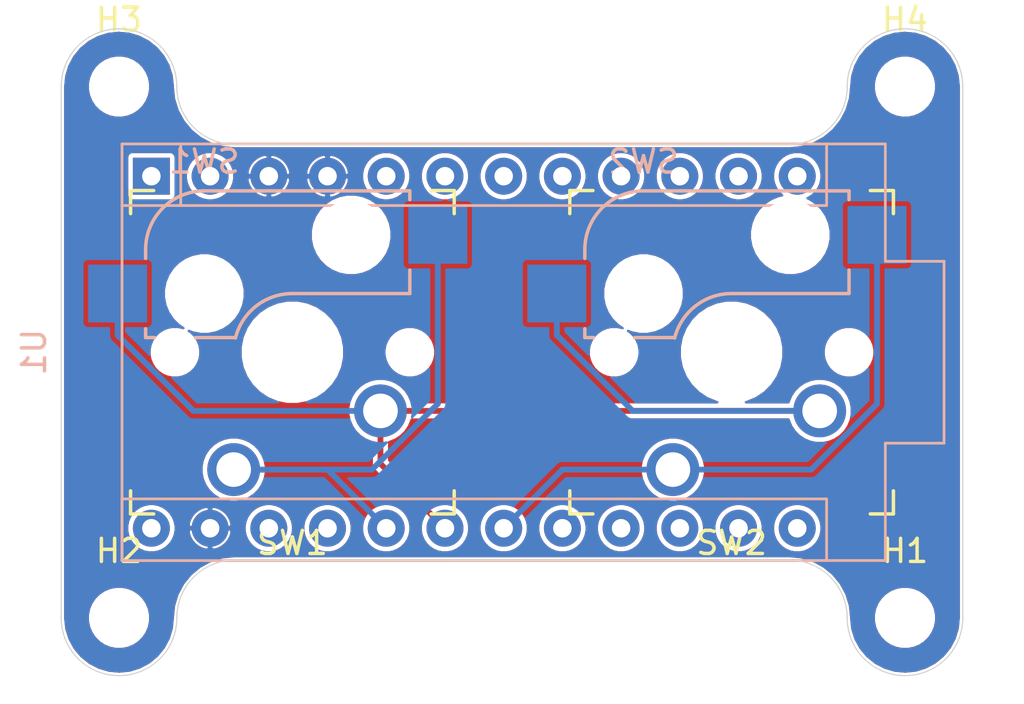
<source format=kicad_pcb>
(kicad_pcb (version 20171130) (host pcbnew "(5.1.9)-1")

  (general
    (thickness 1.6)
    (drawings 12)
    (tracks 19)
    (zones 0)
    (modules 7)
    (nets 23)
  )

  (page A4)
  (layers
    (0 F.Cu signal)
    (31 B.Cu signal)
    (32 B.Adhes user)
    (33 F.Adhes user)
    (34 B.Paste user)
    (35 F.Paste user)
    (36 B.SilkS user)
    (37 F.SilkS user)
    (38 B.Mask user)
    (39 F.Mask user)
    (40 Dwgs.User user)
    (41 Cmts.User user)
    (42 Eco1.User user)
    (43 Eco2.User user)
    (44 Edge.Cuts user)
    (45 Margin user)
    (46 B.CrtYd user)
    (47 F.CrtYd user)
    (48 B.Fab user)
    (49 F.Fab user)
  )

  (setup
    (last_trace_width 0.25)
    (trace_clearance 0.2)
    (zone_clearance 0.1)
    (zone_45_only no)
    (trace_min 0.2)
    (via_size 0.8)
    (via_drill 0.4)
    (via_min_size 0.4)
    (via_min_drill 0.3)
    (uvia_size 0.3)
    (uvia_drill 0.1)
    (uvias_allowed no)
    (uvia_min_size 0.2)
    (uvia_min_drill 0.1)
    (edge_width 0.05)
    (segment_width 0.2)
    (pcb_text_width 0.3)
    (pcb_text_size 1.5 1.5)
    (mod_edge_width 0.12)
    (mod_text_size 1 1)
    (mod_text_width 0.15)
    (pad_size 1.524 1.524)
    (pad_drill 0.762)
    (pad_to_mask_clearance 0)
    (aux_axis_origin 0 0)
    (grid_origin 145 105)
    (visible_elements 7FFFFFFF)
    (pcbplotparams
      (layerselection 0x010fc_ffffffff)
      (usegerberextensions false)
      (usegerberattributes true)
      (usegerberadvancedattributes true)
      (creategerberjobfile true)
      (excludeedgelayer true)
      (linewidth 0.100000)
      (plotframeref false)
      (viasonmask false)
      (mode 1)
      (useauxorigin false)
      (hpglpennumber 1)
      (hpglpenspeed 20)
      (hpglpendiameter 15.000000)
      (psnegative false)
      (psa4output false)
      (plotreference true)
      (plotvalue true)
      (plotinvisibletext false)
      (padsonsilk false)
      (subtractmaskfromsilk false)
      (outputformat 1)
      (mirror false)
      (drillshape 1)
      (scaleselection 1)
      (outputdirectory ""))
  )

  (net 0 "")
  (net 1 "Net-(SW1-Pad2)")
  (net 2 "Net-(SW1-Pad1)")
  (net 3 "Net-(U1-Pad24)")
  (net 4 "Net-(U1-Pad22)")
  (net 5 "Net-(U1-Pad12)")
  (net 6 "Net-(U1-Pad21)")
  (net 7 "Net-(U1-Pad11)")
  (net 8 "Net-(U1-Pad10)")
  (net 9 "Net-(U1-Pad9)")
  (net 10 "Net-(U1-Pad8)")
  (net 11 "Net-(U1-Pad17)")
  (net 12 "Net-(U1-Pad7)")
  (net 13 "Net-(U1-Pad16)")
  (net 14 "Net-(U1-Pad6)")
  (net 15 "Net-(U1-Pad15)")
  (net 16 "Net-(U1-Pad5)")
  (net 17 "Net-(U1-Pad14)")
  (net 18 "Net-(U1-Pad13)")
  (net 19 "Net-(U1-Pad2)")
  (net 20 "Net-(U1-Pad1)")
  (net 21 "Net-(SW2-Pad1)")
  (net 22 GND)

  (net_class Default "This is the default net class."
    (clearance 0.2)
    (trace_width 0.25)
    (via_dia 0.8)
    (via_drill 0.4)
    (uvia_dia 0.3)
    (uvia_drill 0.1)
    (add_net GND)
    (add_net "Net-(SW1-Pad1)")
    (add_net "Net-(SW1-Pad2)")
    (add_net "Net-(SW2-Pad1)")
    (add_net "Net-(U1-Pad1)")
    (add_net "Net-(U1-Pad10)")
    (add_net "Net-(U1-Pad11)")
    (add_net "Net-(U1-Pad12)")
    (add_net "Net-(U1-Pad13)")
    (add_net "Net-(U1-Pad14)")
    (add_net "Net-(U1-Pad15)")
    (add_net "Net-(U1-Pad16)")
    (add_net "Net-(U1-Pad17)")
    (add_net "Net-(U1-Pad2)")
    (add_net "Net-(U1-Pad21)")
    (add_net "Net-(U1-Pad22)")
    (add_net "Net-(U1-Pad24)")
    (add_net "Net-(U1-Pad5)")
    (add_net "Net-(U1-Pad6)")
    (add_net "Net-(U1-Pad7)")
    (add_net "Net-(U1-Pad8)")
    (add_net "Net-(U1-Pad9)")
  )

  (module keyswitches:Kailh_socket_MX_optional (layer F.Cu) (tedit 5DD4FC22) (tstamp 606149B7)
    (at 164 85 180)
    (descr "MX-style keyswitch with support for optional Kailh socket")
    (tags MX,cherry,gateron,kailh,pg1511,socket)
    (path /6060E304)
    (fp_text reference SW2 (at 0 -8.255) (layer F.SilkS)
      (effects (font (size 1 1) (thickness 0.15)))
    )
    (fp_text value SW_Push (at 0 8.255) (layer F.Fab)
      (effects (font (size 1 1) (thickness 0.15)))
    )
    (fp_line (start -7.62 6.35) (end -5.08 6.35) (layer B.Fab) (width 0.12))
    (fp_line (start -7.62 3.81) (end -7.62 6.35) (layer B.Fab) (width 0.12))
    (fp_line (start -5.08 3.81) (end -7.62 3.81) (layer B.Fab) (width 0.12))
    (fp_line (start 8.89 1.27) (end 6.35 1.27) (layer B.Fab) (width 0.12))
    (fp_line (start 8.89 3.81) (end 8.89 1.27) (layer B.Fab) (width 0.12))
    (fp_line (start 6.35 3.81) (end 8.89 3.81) (layer B.Fab) (width 0.12))
    (fp_line (start -5.08 6.985) (end 3.81 6.985) (layer B.Fab) (width 0.12))
    (fp_line (start -5.08 2.54) (end -5.08 6.985) (layer B.Fab) (width 0.12))
    (fp_line (start 0 2.54) (end -5.08 2.54) (layer B.Fab) (width 0.12))
    (fp_line (start 6.35 0.635) (end 2.54 0.635) (layer B.Fab) (width 0.12))
    (fp_line (start 6.35 4.445) (end 6.35 0.635) (layer B.Fab) (width 0.12))
    (fp_line (start -5.08 6.985) (end 3.81 6.985) (layer B.SilkS) (width 0.15))
    (fp_line (start -5.08 6.604) (end -5.08 6.985) (layer B.SilkS) (width 0.15))
    (fp_line (start -5.08 2.54) (end -5.08 3.556) (layer B.SilkS) (width 0.15))
    (fp_line (start 0 2.54) (end -5.08 2.54) (layer B.SilkS) (width 0.15))
    (fp_line (start 4.191 0.635) (end 2.54 0.635) (layer B.SilkS) (width 0.15))
    (fp_line (start 6.35 0.635) (end 5.969 0.635) (layer B.SilkS) (width 0.15))
    (fp_line (start 6.35 1.016) (end 6.35 0.635) (layer B.SilkS) (width 0.15))
    (fp_line (start 6.35 4.445) (end 6.35 4.064) (layer B.SilkS) (width 0.15))
    (fp_line (start -7.5 7.5) (end -7.5 -7.5) (layer F.Fab) (width 0.15))
    (fp_line (start 7.5 7.5) (end -7.5 7.5) (layer F.Fab) (width 0.15))
    (fp_line (start 7.5 -7.5) (end 7.5 7.5) (layer F.Fab) (width 0.15))
    (fp_line (start -7.5 -7.5) (end 7.5 -7.5) (layer F.Fab) (width 0.15))
    (fp_line (start -6.9 6.9) (end -6.9 -6.9) (layer Eco2.User) (width 0.15))
    (fp_line (start 6.9 -6.9) (end 6.9 6.9) (layer Eco2.User) (width 0.15))
    (fp_line (start 6.9 -6.9) (end -6.9 -6.9) (layer Eco2.User) (width 0.15))
    (fp_line (start -6.9 6.9) (end 6.9 6.9) (layer Eco2.User) (width 0.15))
    (fp_line (start 7 -7) (end 7 -6) (layer F.SilkS) (width 0.15))
    (fp_line (start 6 7) (end 7 7) (layer F.SilkS) (width 0.15))
    (fp_line (start 7 -7) (end 6 -7) (layer F.SilkS) (width 0.15))
    (fp_line (start 7 6) (end 7 7) (layer F.SilkS) (width 0.15))
    (fp_line (start -7 7) (end -7 6) (layer F.SilkS) (width 0.15))
    (fp_line (start -6 -7) (end -7 -7) (layer F.SilkS) (width 0.15))
    (fp_line (start -7 7) (end -6 7) (layer F.SilkS) (width 0.15))
    (fp_line (start -7 -6) (end -7 -7) (layer F.SilkS) (width 0.15))
    (fp_text user %V (at 0 8.255) (layer B.Fab)
      (effects (font (size 1 1) (thickness 0.15)) (justify mirror))
    )
    (fp_arc (start 0 0) (end 0 2.54) (angle -75.96375653) (layer B.Fab) (width 0.12))
    (fp_arc (start 3.81 4.445) (end 3.81 6.985) (angle -90) (layer B.Fab) (width 0.12))
    (fp_text user %R (at 1.905 5.08) (layer B.Fab)
      (effects (font (size 1 1) (thickness 0.15)) (justify mirror))
    )
    (fp_text user %R (at 3.81 8.255) (layer B.SilkS)
      (effects (font (size 1 1) (thickness 0.15)) (justify mirror))
    )
    (fp_text user %R (at 0 0) (layer F.Fab)
      (effects (font (size 1 1) (thickness 0.15)))
    )
    (fp_arc (start 0 0) (end 0 2.54) (angle -75.96375653) (layer B.SilkS) (width 0.15))
    (fp_arc (start 3.81 4.445) (end 3.81 6.985) (angle -90) (layer B.SilkS) (width 0.15))
    (pad 2 smd rect (at 7.56 2.54 180) (size 2.55 2.5) (layers B.Cu B.Paste B.Mask)
      (net 1 "Net-(SW1-Pad2)"))
    (pad "" np_thru_hole circle (at -5.08 0 180) (size 1.7018 1.7018) (drill 1.7018) (layers *.Cu *.Mask))
    (pad "" np_thru_hole circle (at 5.08 0 180) (size 1.7018 1.7018) (drill 1.7018) (layers *.Cu *.Mask))
    (pad 2 thru_hole circle (at -3.81 -2.54 180) (size 2.286 2.286) (drill 1.4986) (layers *.Cu *.Mask)
      (net 1 "Net-(SW1-Pad2)"))
    (pad "" np_thru_hole circle (at 0 0 180) (size 3.9878 3.9878) (drill 3.9878) (layers *.Cu *.Mask))
    (pad 1 thru_hole circle (at 2.54 -5.08 180) (size 2.286 2.286) (drill 1.4986) (layers *.Cu *.Mask)
      (net 21 "Net-(SW2-Pad1)"))
    (pad "" np_thru_hole circle (at 3.81 2.54 180) (size 3 3) (drill 3) (layers *.Cu *.Mask))
    (pad "" np_thru_hole circle (at -2.54 5.08 180) (size 3 3) (drill 3) (layers *.Cu *.Mask))
    (pad 1 smd rect (at -6.29 5.08 180) (size 2.55 2.5) (layers B.Cu B.Paste B.Mask)
      (net 21 "Net-(SW2-Pad1)"))
  )

  (module keyswitches:Kailh_socket_MX_optional (layer F.Cu) (tedit 5DD4FC22) (tstamp 606152DC)
    (at 145 85 180)
    (descr "MX-style keyswitch with support for optional Kailh socket")
    (tags MX,cherry,gateron,kailh,pg1511,socket)
    (path /6060DAB0)
    (fp_text reference SW1 (at 0 -8.255 180) (layer F.SilkS)
      (effects (font (size 1 1) (thickness 0.15)))
    )
    (fp_text value SW_Push (at 0 8.255 180) (layer F.Fab)
      (effects (font (size 1 1) (thickness 0.15)))
    )
    (fp_line (start -7.62 6.35) (end -5.08 6.35) (layer B.Fab) (width 0.12))
    (fp_line (start -7.62 3.81) (end -7.62 6.35) (layer B.Fab) (width 0.12))
    (fp_line (start -5.08 3.81) (end -7.62 3.81) (layer B.Fab) (width 0.12))
    (fp_line (start 8.89 1.27) (end 6.35 1.27) (layer B.Fab) (width 0.12))
    (fp_line (start 8.89 3.81) (end 8.89 1.27) (layer B.Fab) (width 0.12))
    (fp_line (start 6.35 3.81) (end 8.89 3.81) (layer B.Fab) (width 0.12))
    (fp_line (start -5.08 6.985) (end 3.81 6.985) (layer B.Fab) (width 0.12))
    (fp_line (start -5.08 2.54) (end -5.08 6.985) (layer B.Fab) (width 0.12))
    (fp_line (start 0 2.54) (end -5.08 2.54) (layer B.Fab) (width 0.12))
    (fp_line (start 6.35 0.635) (end 2.54 0.635) (layer B.Fab) (width 0.12))
    (fp_line (start 6.35 4.445) (end 6.35 0.635) (layer B.Fab) (width 0.12))
    (fp_line (start -5.08 6.985) (end 3.81 6.985) (layer B.SilkS) (width 0.15))
    (fp_line (start -5.08 6.604) (end -5.08 6.985) (layer B.SilkS) (width 0.15))
    (fp_line (start -5.08 2.54) (end -5.08 3.556) (layer B.SilkS) (width 0.15))
    (fp_line (start 0 2.54) (end -5.08 2.54) (layer B.SilkS) (width 0.15))
    (fp_line (start 4.191 0.635) (end 2.54 0.635) (layer B.SilkS) (width 0.15))
    (fp_line (start 6.35 0.635) (end 5.969 0.635) (layer B.SilkS) (width 0.15))
    (fp_line (start 6.35 1.016) (end 6.35 0.635) (layer B.SilkS) (width 0.15))
    (fp_line (start 6.35 4.445) (end 6.35 4.064) (layer B.SilkS) (width 0.15))
    (fp_line (start -7.5 7.5) (end -7.5 -7.5) (layer F.Fab) (width 0.15))
    (fp_line (start 7.5 7.5) (end -7.5 7.5) (layer F.Fab) (width 0.15))
    (fp_line (start 7.5 -7.5) (end 7.5 7.5) (layer F.Fab) (width 0.15))
    (fp_line (start -7.5 -7.5) (end 7.5 -7.5) (layer F.Fab) (width 0.15))
    (fp_line (start -6.9 6.9) (end -6.9 -6.9) (layer Eco2.User) (width 0.15))
    (fp_line (start 6.9 -6.9) (end 6.9 6.9) (layer Eco2.User) (width 0.15))
    (fp_line (start 6.9 -6.9) (end -6.9 -6.9) (layer Eco2.User) (width 0.15))
    (fp_line (start -6.9 6.9) (end 6.9 6.9) (layer Eco2.User) (width 0.15))
    (fp_line (start 7 -7) (end 7 -6) (layer F.SilkS) (width 0.15))
    (fp_line (start 6 7) (end 7 7) (layer F.SilkS) (width 0.15))
    (fp_line (start 7 -7) (end 6 -7) (layer F.SilkS) (width 0.15))
    (fp_line (start 7 6) (end 7 7) (layer F.SilkS) (width 0.15))
    (fp_line (start -7 7) (end -7 6) (layer F.SilkS) (width 0.15))
    (fp_line (start -6 -7) (end -7 -7) (layer F.SilkS) (width 0.15))
    (fp_line (start -7 7) (end -6 7) (layer F.SilkS) (width 0.15))
    (fp_line (start -7 -6) (end -7 -7) (layer F.SilkS) (width 0.15))
    (fp_text user %V (at 0 8.255 180) (layer B.Fab)
      (effects (font (size 1 1) (thickness 0.15)) (justify mirror))
    )
    (fp_arc (start 0 0) (end 0 2.54) (angle -75.96375653) (layer B.Fab) (width 0.12))
    (fp_arc (start 3.81 4.445) (end 3.81 6.985) (angle -90) (layer B.Fab) (width 0.12))
    (fp_text user %R (at 1.905 5.08 180) (layer B.Fab)
      (effects (font (size 1 1) (thickness 0.15)) (justify mirror))
    )
    (fp_text user %R (at 3.81 8.255 180) (layer B.SilkS)
      (effects (font (size 1 1) (thickness 0.15)) (justify mirror))
    )
    (fp_text user %R (at 0 0 180) (layer F.Fab)
      (effects (font (size 1 1) (thickness 0.15)))
    )
    (fp_arc (start 0 0) (end 0 2.54) (angle -75.96375653) (layer B.SilkS) (width 0.15))
    (fp_arc (start 3.81 4.445) (end 3.81 6.985) (angle -90) (layer B.SilkS) (width 0.15))
    (pad 2 smd rect (at 7.56 2.54 180) (size 2.55 2.5) (layers B.Cu B.Paste B.Mask)
      (net 1 "Net-(SW1-Pad2)"))
    (pad "" np_thru_hole circle (at -5.08 0 180) (size 1.7018 1.7018) (drill 1.7018) (layers *.Cu *.Mask))
    (pad "" np_thru_hole circle (at 5.08 0 180) (size 1.7018 1.7018) (drill 1.7018) (layers *.Cu *.Mask))
    (pad 2 thru_hole circle (at -3.81 -2.54 180) (size 2.286 2.286) (drill 1.4986) (layers *.Cu *.Mask)
      (net 1 "Net-(SW1-Pad2)"))
    (pad "" np_thru_hole circle (at 0 0 180) (size 3.9878 3.9878) (drill 3.9878) (layers *.Cu *.Mask))
    (pad 1 thru_hole circle (at 2.54 -5.08 180) (size 2.286 2.286) (drill 1.4986) (layers *.Cu *.Mask)
      (net 2 "Net-(SW1-Pad1)"))
    (pad "" np_thru_hole circle (at 3.81 2.54 180) (size 3 3) (drill 3) (layers *.Cu *.Mask))
    (pad "" np_thru_hole circle (at -2.54 5.08 180) (size 3 3) (drill 3) (layers *.Cu *.Mask))
    (pad 1 smd rect (at -6.29 5.08 180) (size 2.55 2.5) (layers B.Cu B.Paste B.Mask)
      (net 2 "Net-(SW1-Pad1)"))
  )

  (module arduino:Sparkfun_Pro_Micro (layer B.Cu) (tedit 5FA0EA1E) (tstamp 60603B74)
    (at 138.9 77.38 270)
    (descr "Sparkfun Pro Micro")
    (tags "Arduino Sparkfun Pro Micro")
    (path /60606325)
    (fp_text reference U1 (at 7.62 5.08 270) (layer B.SilkS)
      (effects (font (size 1 1) (thickness 0.15)) (justify mirror))
    )
    (fp_text value Sparkfun_Pro_Micro (at 8.89 -19.05) (layer B.Fab)
      (effects (font (size 1 1) (thickness 0.15)) (justify mirror))
    )
    (fp_line (start 3.683 -34.29) (end 11.557 -34.29) (layer B.SilkS) (width 0.12))
    (fp_line (start 11.557 -34.29) (end 11.557 -31.75) (layer B.SilkS) (width 0.12))
    (fp_line (start 11.557 -31.75) (end 16.637 -31.75) (layer B.SilkS) (width 0.12))
    (fp_line (start 3.683 -34.29) (end 3.683 -31.75) (layer B.SilkS) (width 0.12))
    (fp_line (start 16.764 -34.417) (end -1.524 -34.417) (layer B.CrtYd) (width 0.05))
    (fp_line (start 16.764 -34.417) (end 16.764 1.397) (layer B.CrtYd) (width 0.05))
    (fp_line (start -1.524 1.397) (end -1.524 -34.417) (layer B.CrtYd) (width 0.05))
    (fp_line (start -1.524 1.397) (end 16.764 1.397) (layer B.CrtYd) (width 0.05))
    (fp_line (start 16.51 1.143) (end 16.51 -31.623) (layer B.Fab) (width 0.1))
    (fp_line (start -0.635 1.143) (end 16.51 1.143) (layer B.Fab) (width 0.1))
    (fp_line (start -1.27 0.508) (end -0.635 1.143) (layer B.Fab) (width 0.1))
    (fp_line (start -1.27 -31.623) (end -1.27 0.508) (layer B.Fab) (width 0.1))
    (fp_line (start 16.51 -31.623) (end -1.27 -31.623) (layer B.Fab) (width 0.1))
    (fp_line (start 16.637 1.27) (end 1.27 1.27) (layer B.SilkS) (width 0.12))
    (fp_line (start 16.637 -31.75) (end 16.64 1.27) (layer B.SilkS) (width 0.12))
    (fp_line (start -1.397 -31.75) (end 3.683 -31.75) (layer B.SilkS) (width 0.12))
    (fp_line (start 3.81 -34.163) (end 3.81 -27.813) (layer B.Fab) (width 0.1))
    (fp_line (start 11.43 -34.163) (end 3.81 -34.163) (layer B.Fab) (width 0.1))
    (fp_line (start 11.43 -27.813) (end 11.43 -34.163) (layer B.Fab) (width 0.1))
    (fp_line (start 3.81 -27.813) (end 11.43 -27.813) (layer B.Fab) (width 0.1))
    (fp_line (start 1.27 -29.21) (end -1.4 -29.21) (layer B.SilkS) (width 0.12))
    (fp_line (start 1.27 -1.27) (end 1.27 -29.21) (layer B.SilkS) (width 0.12))
    (fp_line (start 1.27 -1.27) (end -1.397 -1.27) (layer B.SilkS) (width 0.12))
    (fp_line (start 13.97 -29.21) (end 16.64 -29.21) (layer B.SilkS) (width 0.12))
    (fp_line (start 13.97 1.27) (end 13.97 -29.21) (layer B.SilkS) (width 0.12))
    (fp_line (start 13.97 1.27) (end 16.64 1.27) (layer B.SilkS) (width 0.12))
    (fp_line (start -1.397 1.27) (end -1.397 -31.75) (layer B.SilkS) (width 0.12))
    (fp_line (start 1.27 1.27) (end -1.397 1.27) (layer B.SilkS) (width 0.12))
    (fp_line (start 1.27 -1.27) (end 1.27 1.27) (layer B.SilkS) (width 0.12))
    (fp_text user %R (at 6.35 -19.05) (layer B.Fab)
      (effects (font (size 1 1) (thickness 0.15)) (justify mirror))
    )
    (pad 24 thru_hole oval (at 15.24 0 270) (size 1.6 1.6) (drill 0.8) (layers *.Cu *.Mask)
      (net 3 "Net-(U1-Pad24)"))
    (pad 23 thru_hole oval (at 15.24 -2.54 270) (size 1.6 1.6) (drill 0.8) (layers *.Cu *.Mask)
      (net 22 GND))
    (pad 22 thru_hole oval (at 15.24 -5.08 270) (size 1.6 1.6) (drill 0.8) (layers *.Cu *.Mask)
      (net 4 "Net-(U1-Pad22)"))
    (pad 12 thru_hole oval (at 0 -27.94 270) (size 1.6 1.6) (drill 0.8) (layers *.Cu *.Mask)
      (net 5 "Net-(U1-Pad12)"))
    (pad 21 thru_hole oval (at 15.24 -7.62 270) (size 1.6 1.6) (drill 0.8) (layers *.Cu *.Mask)
      (net 6 "Net-(U1-Pad21)"))
    (pad 11 thru_hole oval (at 0 -25.4 270) (size 1.6 1.6) (drill 0.8) (layers *.Cu *.Mask)
      (net 7 "Net-(U1-Pad11)"))
    (pad 20 thru_hole oval (at 15.24 -10.16 270) (size 1.6 1.6) (drill 0.8) (layers *.Cu *.Mask)
      (net 2 "Net-(SW1-Pad1)"))
    (pad 10 thru_hole oval (at 0 -22.86 270) (size 1.6 1.6) (drill 0.8) (layers *.Cu *.Mask)
      (net 8 "Net-(U1-Pad10)"))
    (pad 19 thru_hole oval (at 15.24 -12.7 270) (size 1.6 1.6) (drill 0.8) (layers *.Cu *.Mask)
      (net 1 "Net-(SW1-Pad2)"))
    (pad 9 thru_hole oval (at 0 -20.32 270) (size 1.6 1.6) (drill 0.8) (layers *.Cu *.Mask)
      (net 9 "Net-(U1-Pad9)"))
    (pad 18 thru_hole oval (at 15.24 -15.24 270) (size 1.6 1.6) (drill 0.8) (layers *.Cu *.Mask)
      (net 21 "Net-(SW2-Pad1)"))
    (pad 8 thru_hole oval (at 0 -17.78 270) (size 1.6 1.6) (drill 0.8) (layers *.Cu *.Mask)
      (net 10 "Net-(U1-Pad8)"))
    (pad 17 thru_hole oval (at 15.24 -17.78 270) (size 1.6 1.6) (drill 0.8) (layers *.Cu *.Mask)
      (net 11 "Net-(U1-Pad17)"))
    (pad 7 thru_hole oval (at 0 -15.24 270) (size 1.6 1.6) (drill 0.8) (layers *.Cu *.Mask)
      (net 12 "Net-(U1-Pad7)"))
    (pad 16 thru_hole oval (at 15.24 -20.32 270) (size 1.6 1.6) (drill 0.8) (layers *.Cu *.Mask)
      (net 13 "Net-(U1-Pad16)"))
    (pad 6 thru_hole oval (at 0 -12.7 270) (size 1.6 1.6) (drill 0.8) (layers *.Cu *.Mask)
      (net 14 "Net-(U1-Pad6)"))
    (pad 15 thru_hole oval (at 15.24 -22.86 270) (size 1.6 1.6) (drill 0.8) (layers *.Cu *.Mask)
      (net 15 "Net-(U1-Pad15)"))
    (pad 5 thru_hole oval (at 0 -10.16 270) (size 1.6 1.6) (drill 0.8) (layers *.Cu *.Mask)
      (net 16 "Net-(U1-Pad5)"))
    (pad 14 thru_hole oval (at 15.24 -25.4 270) (size 1.6 1.6) (drill 0.8) (layers *.Cu *.Mask)
      (net 17 "Net-(U1-Pad14)"))
    (pad 4 thru_hole oval (at 0 -7.62 270) (size 1.6 1.6) (drill 0.8) (layers *.Cu *.Mask)
      (net 22 GND))
    (pad 13 thru_hole oval (at 15.24 -27.94 270) (size 1.6 1.6) (drill 0.8) (layers *.Cu *.Mask)
      (net 18 "Net-(U1-Pad13)"))
    (pad 3 thru_hole oval (at 0 -5.08 270) (size 1.6 1.6) (drill 0.8) (layers *.Cu *.Mask)
      (net 22 GND))
    (pad 2 thru_hole oval (at 0 -2.54 270) (size 1.6 1.6) (drill 0.8) (layers *.Cu *.Mask)
      (net 19 "Net-(U1-Pad2)"))
    (pad 1 thru_hole rect (at 0 0 270) (size 1.6 1.6) (drill 0.8) (layers *.Cu *.Mask)
      (net 20 "Net-(U1-Pad1)"))
    (model ${KISYS3DMOD}/Module.3dshapes/Arduino_Nano_WithMountingHoles.wrl
      (at (xyz 0 0 0))
      (scale (xyz 1 1 1))
      (rotate (xyz 0 0 0))
    )
    (model ${LOCALREPO}/kicad-lib-arduino/Arduino.3dshapes/sparkfun_pro_micro.x3d
      (at (xyz 0 0 0))
      (scale (xyz 1 1 1))
      (rotate (xyz 0 0 0))
    )
  )

  (module MountingHole:MountingHole_2.2mm_M2_DIN965 (layer F.Cu) (tedit 56D1B4CB) (tstamp 60603313)
    (at 171.5 73.5)
    (descr "Mounting Hole 2.2mm, no annular, M2, DIN965")
    (tags "mounting hole 2.2mm no annular m2 din965")
    (path /60614887)
    (attr virtual)
    (fp_text reference H4 (at 0 -2.9) (layer F.SilkS)
      (effects (font (size 1 1) (thickness 0.15)))
    )
    (fp_text value MountingHole (at 0 2.9) (layer F.Fab)
      (effects (font (size 1 1) (thickness 0.15)))
    )
    (fp_circle (center 0 0) (end 2.15 0) (layer F.CrtYd) (width 0.05))
    (fp_circle (center 0 0) (end 1.9 0) (layer Cmts.User) (width 0.15))
    (fp_text user %R (at 0.3 0) (layer F.Fab)
      (effects (font (size 1 1) (thickness 0.15)))
    )
    (pad 1 np_thru_hole circle (at 0 0) (size 2.2 2.2) (drill 2.2) (layers *.Cu *.Mask))
  )

  (module MountingHole:MountingHole_2.2mm_M2_DIN965 (layer F.Cu) (tedit 56D1B4CB) (tstamp 6061493F)
    (at 137.5 73.5)
    (descr "Mounting Hole 2.2mm, no annular, M2, DIN965")
    (tags "mounting hole 2.2mm no annular m2 din965")
    (path /60614E93)
    (attr virtual)
    (fp_text reference H3 (at 0 -2.9) (layer F.SilkS)
      (effects (font (size 1 1) (thickness 0.15)))
    )
    (fp_text value MountingHole (at 0 2.9) (layer F.Fab)
      (effects (font (size 1 1) (thickness 0.15)))
    )
    (fp_circle (center 0 0) (end 2.15 0) (layer F.CrtYd) (width 0.05))
    (fp_circle (center 0 0) (end 1.9 0) (layer Cmts.User) (width 0.15))
    (fp_text user %R (at 0.3 0) (layer F.Fab)
      (effects (font (size 1 1) (thickness 0.15)))
    )
    (pad 1 np_thru_hole circle (at 0 0) (size 2.2 2.2) (drill 2.2) (layers *.Cu *.Mask))
  )

  (module MountingHole:MountingHole_2.2mm_M2_DIN965 (layer F.Cu) (tedit 56D1B4CB) (tstamp 60614937)
    (at 137.5 96.5)
    (descr "Mounting Hole 2.2mm, no annular, M2, DIN965")
    (tags "mounting hole 2.2mm no annular m2 din965")
    (path /60613F32)
    (attr virtual)
    (fp_text reference H2 (at 0 -2.9) (layer F.SilkS)
      (effects (font (size 1 1) (thickness 0.15)))
    )
    (fp_text value MountingHole (at 0 2.9) (layer F.Fab)
      (effects (font (size 1 1) (thickness 0.15)))
    )
    (fp_circle (center 0 0) (end 2.15 0) (layer F.CrtYd) (width 0.05))
    (fp_circle (center 0 0) (end 1.9 0) (layer Cmts.User) (width 0.15))
    (fp_text user %R (at 0.3 0) (layer F.Fab)
      (effects (font (size 1 1) (thickness 0.15)))
    )
    (pad 1 np_thru_hole circle (at 0 0) (size 2.2 2.2) (drill 2.2) (layers *.Cu *.Mask))
  )

  (module MountingHole:MountingHole_2.2mm_M2_DIN965 (layer F.Cu) (tedit 56D1B4CB) (tstamp 6061492F)
    (at 171.5 96.5)
    (descr "Mounting Hole 2.2mm, no annular, M2, DIN965")
    (tags "mounting hole 2.2mm no annular m2 din965")
    (path /60614A95)
    (attr virtual)
    (fp_text reference H1 (at 0 -2.9) (layer F.SilkS)
      (effects (font (size 1 1) (thickness 0.15)))
    )
    (fp_text value MountingHole (at 0 2.9) (layer F.Fab)
      (effects (font (size 1 1) (thickness 0.15)))
    )
    (fp_circle (center 0 0) (end 2.15 0) (layer F.CrtYd) (width 0.05))
    (fp_circle (center 0 0) (end 1.9 0) (layer Cmts.User) (width 0.15))
    (fp_text user %R (at 0.3 0) (layer F.Fab)
      (effects (font (size 1 1) (thickness 0.15)))
    )
    (pad 1 np_thru_hole circle (at 0 0) (size 2.2 2.2) (drill 2.2) (layers *.Cu *.Mask))
  )

  (gr_arc (start 142.5 73.5) (end 140 73.5) (angle -90) (layer Edge.Cuts) (width 0.05))
  (gr_arc (start 137.5 73.5) (end 140 73.5) (angle -180) (layer Edge.Cuts) (width 0.05))
  (gr_arc (start 166.5 73.5) (end 166.5 76) (angle -90) (layer Edge.Cuts) (width 0.05))
  (gr_arc (start 171.5 73.5) (end 174 73.5) (angle -180) (layer Edge.Cuts) (width 0.05))
  (gr_arc (start 142.5 96.5) (end 142.5 94) (angle -90) (layer Edge.Cuts) (width 0.05))
  (gr_arc (start 137.5 96.5) (end 135 96.5) (angle -180) (layer Edge.Cuts) (width 0.05))
  (gr_arc (start 166.5 96.5) (end 169 96.5) (angle -90) (layer Edge.Cuts) (width 0.05))
  (gr_arc (start 171.5 96.5) (end 169 96.5) (angle -180) (layer Edge.Cuts) (width 0.05))
  (gr_line (start 174 96.5) (end 174 73.5) (layer Edge.Cuts) (width 0.05))
  (gr_line (start 142.5 94) (end 166.5 94) (layer Edge.Cuts) (width 0.05))
  (gr_line (start 135 73.5) (end 135 96.5) (layer Edge.Cuts) (width 0.05))
  (gr_line (start 142.5 76) (end 166.5 76) (layer Edge.Cuts) (width 0.05))

  (segment (start 159.719666 87.54) (end 167.81 87.54) (width 0.25) (layer B.Cu) (net 1))
  (segment (start 156.44 84.260334) (end 159.719666 87.54) (width 0.25) (layer B.Cu) (net 1))
  (segment (start 156.44 82.46) (end 156.44 84.260334) (width 0.25) (layer B.Cu) (net 1))
  (segment (start 140.719666 87.54) (end 148.81 87.54) (width 0.25) (layer B.Cu) (net 1))
  (segment (start 137.44 84.260334) (end 140.719666 87.54) (width 0.25) (layer B.Cu) (net 1))
  (segment (start 137.44 82.46) (end 137.44 84.260334) (width 0.25) (layer B.Cu) (net 1))
  (segment (start 148.81 87.54) (end 167.81 87.54) (width 0.25) (layer F.Cu) (net 1))
  (segment (start 148.81 89.83) (end 151.6 92.62) (width 0.25) (layer F.Cu) (net 1))
  (segment (start 148.81 87.54) (end 148.81 89.83) (width 0.25) (layer F.Cu) (net 1))
  (segment (start 148.442642 90.08) (end 142.46 90.08) (width 0.25) (layer B.Cu) (net 2))
  (segment (start 151.29 87.232642) (end 148.442642 90.08) (width 0.25) (layer B.Cu) (net 2))
  (segment (start 151.29 79.92) (end 151.29 87.232642) (width 0.25) (layer B.Cu) (net 2))
  (segment (start 146.52 90.08) (end 142.46 90.08) (width 0.25) (layer B.Cu) (net 2))
  (segment (start 149.06 92.62) (end 146.52 90.08) (width 0.25) (layer B.Cu) (net 2))
  (segment (start 170.29 87.232642) (end 167.442642 90.08) (width 0.25) (layer B.Cu) (net 21))
  (segment (start 167.442642 90.08) (end 161.46 90.08) (width 0.25) (layer B.Cu) (net 21))
  (segment (start 170.29 79.92) (end 170.29 87.232642) (width 0.25) (layer B.Cu) (net 21))
  (segment (start 156.68 90.08) (end 154.14 92.62) (width 0.25) (layer B.Cu) (net 21))
  (segment (start 161.46 90.08) (end 156.68 90.08) (width 0.25) (layer B.Cu) (net 21))

  (zone (net 22) (net_name GND) (layer F.Cu) (tstamp 0) (hatch edge 0.508)
    (connect_pads (clearance 0.1))
    (min_thickness 0.1)
    (fill yes (arc_segments 32) (thermal_gap 0.1) (thermal_bridge_width 0.2))
    (polygon
      (pts
        (xy 174 99) (xy 135 99) (xy 135 71) (xy 174 71)
      )
    )
    (filled_polygon
      (pts
        (xy 171.935505 71.217007) (xy 172.370644 71.345075) (xy 172.772626 71.555226) (xy 173.126129 71.83945) (xy 173.417694 72.186922)
        (xy 173.636218 72.584416) (xy 173.773373 73.016781) (xy 173.824824 73.475482) (xy 173.825001 73.500794) (xy 173.825 96.491439)
        (xy 173.779897 96.951433) (xy 173.648794 97.385668) (xy 173.435841 97.786174) (xy 173.149158 98.137683) (xy 172.799654 98.426817)
        (xy 172.400653 98.642557) (xy 171.967334 98.776691) (xy 171.516229 98.824104) (xy 171.064494 98.782993) (xy 170.629356 98.654925)
        (xy 170.227374 98.444774) (xy 169.873871 98.16055) (xy 169.582304 97.813075) (xy 169.363781 97.415582) (xy 169.226627 96.983219)
        (xy 169.175176 96.524518) (xy 169.174998 96.499024) (xy 169.174938 96.481935) (xy 169.174166 96.474333) (xy 169.174219 96.466686)
        (xy 169.17398 96.464255) (xy 169.163762 96.367037) (xy 170.15 96.367037) (xy 170.15 96.632963) (xy 170.20188 96.89378)
        (xy 170.303646 97.139465) (xy 170.451387 97.360575) (xy 170.639425 97.548613) (xy 170.860535 97.696354) (xy 171.10622 97.79812)
        (xy 171.367037 97.85) (xy 171.632963 97.85) (xy 171.89378 97.79812) (xy 172.139465 97.696354) (xy 172.360575 97.548613)
        (xy 172.548613 97.360575) (xy 172.696354 97.139465) (xy 172.79812 96.89378) (xy 172.85 96.632963) (xy 172.85 96.367037)
        (xy 172.79812 96.10622) (xy 172.696354 95.860535) (xy 172.548613 95.639425) (xy 172.360575 95.451387) (xy 172.139465 95.303646)
        (xy 171.89378 95.20188) (xy 171.632963 95.15) (xy 171.367037 95.15) (xy 171.10622 95.20188) (xy 170.860535 95.303646)
        (xy 170.639425 95.451387) (xy 170.451387 95.639425) (xy 170.303646 95.860535) (xy 170.20188 96.10622) (xy 170.15 96.367037)
        (xy 169.163762 96.367037) (xy 169.122979 95.979013) (xy 169.119794 95.963494) (xy 169.116818 95.947895) (xy 169.116112 95.945556)
        (xy 168.971832 95.479462) (xy 168.965682 95.464833) (xy 168.959743 95.450134) (xy 168.958596 95.447976) (xy 168.726532 95.018784)
        (xy 168.717661 95.005632) (xy 168.708978 94.992363) (xy 168.707434 94.990469) (xy 168.396426 94.614524) (xy 168.385189 94.603366)
        (xy 168.374074 94.592015) (xy 168.372191 94.590458) (xy 167.994084 94.282082) (xy 167.980921 94.273336) (xy 167.967786 94.264343)
        (xy 167.965637 94.263181) (xy 167.534834 94.034119) (xy 167.520182 94.02808) (xy 167.50559 94.021826) (xy 167.503256 94.021104)
        (xy 167.036167 93.880081) (xy 167.020577 93.876994) (xy 167.005093 93.873703) (xy 167.002663 93.873447) (xy 166.517077 93.825835)
        (xy 166.517067 93.825835) (xy 166.508589 93.825) (xy 142.491411 93.825) (xy 142.491107 93.82503) (xy 142.481935 93.825062)
        (xy 142.474333 93.825834) (xy 142.466686 93.825781) (xy 142.464255 93.82602) (xy 141.979013 93.877021) (xy 141.963494 93.880206)
        (xy 141.947895 93.883182) (xy 141.945556 93.883888) (xy 141.479462 94.028168) (xy 141.464833 94.034318) (xy 141.450134 94.040257)
        (xy 141.447976 94.041404) (xy 141.018784 94.273468) (xy 141.005632 94.282339) (xy 140.992363 94.291022) (xy 140.990469 94.292566)
        (xy 140.614524 94.603574) (xy 140.603366 94.614811) (xy 140.592015 94.625926) (xy 140.590458 94.627809) (xy 140.282082 95.005916)
        (xy 140.273336 95.019079) (xy 140.264343 95.032214) (xy 140.263181 95.034363) (xy 140.034119 95.465166) (xy 140.02808 95.479818)
        (xy 140.021826 95.49441) (xy 140.021104 95.496744) (xy 139.880081 95.963833) (xy 139.876994 95.979423) (xy 139.873703 95.994907)
        (xy 139.873447 95.997337) (xy 139.825835 96.482923) (xy 139.779897 96.951433) (xy 139.648794 97.385668) (xy 139.435841 97.786174)
        (xy 139.149158 98.137683) (xy 138.799654 98.426817) (xy 138.400653 98.642557) (xy 137.967334 98.776691) (xy 137.516229 98.824104)
        (xy 137.064494 98.782993) (xy 136.629356 98.654925) (xy 136.227374 98.444774) (xy 135.873871 98.16055) (xy 135.582304 97.813075)
        (xy 135.363781 97.415582) (xy 135.226627 96.983219) (xy 135.175176 96.524518) (xy 135.175 96.499349) (xy 135.175 96.367037)
        (xy 136.15 96.367037) (xy 136.15 96.632963) (xy 136.20188 96.89378) (xy 136.303646 97.139465) (xy 136.451387 97.360575)
        (xy 136.639425 97.548613) (xy 136.860535 97.696354) (xy 137.10622 97.79812) (xy 137.367037 97.85) (xy 137.632963 97.85)
        (xy 137.89378 97.79812) (xy 138.139465 97.696354) (xy 138.360575 97.548613) (xy 138.548613 97.360575) (xy 138.696354 97.139465)
        (xy 138.79812 96.89378) (xy 138.85 96.632963) (xy 138.85 96.367037) (xy 138.79812 96.10622) (xy 138.696354 95.860535)
        (xy 138.548613 95.639425) (xy 138.360575 95.451387) (xy 138.139465 95.303646) (xy 137.89378 95.20188) (xy 137.632963 95.15)
        (xy 137.367037 95.15) (xy 137.10622 95.20188) (xy 136.860535 95.303646) (xy 136.639425 95.451387) (xy 136.451387 95.639425)
        (xy 136.303646 95.860535) (xy 136.20188 96.10622) (xy 136.15 96.367037) (xy 135.175 96.367037) (xy 135.175 92.516584)
        (xy 137.85 92.516584) (xy 137.85 92.723416) (xy 137.89035 92.926274) (xy 137.969502 93.117362) (xy 138.084411 93.289336)
        (xy 138.230664 93.435589) (xy 138.402638 93.550498) (xy 138.593726 93.62965) (xy 138.796584 93.67) (xy 139.003416 93.67)
        (xy 139.206274 93.62965) (xy 139.397362 93.550498) (xy 139.569336 93.435589) (xy 139.715589 93.289336) (xy 139.830498 93.117362)
        (xy 139.90965 92.926274) (xy 139.931227 92.817792) (xy 140.510816 92.817792) (xy 140.567257 92.995266) (xy 140.657237 93.158319)
        (xy 140.777298 93.300685) (xy 140.922827 93.416893) (xy 141.08823 93.502476) (xy 141.242209 93.549181) (xy 141.39 93.531129)
        (xy 141.39 92.67) (xy 141.49 92.67) (xy 141.49 93.531129) (xy 141.637791 93.549181) (xy 141.79177 93.502476)
        (xy 141.957173 93.416893) (xy 142.102702 93.300685) (xy 142.222763 93.158319) (xy 142.312743 92.995266) (xy 142.369184 92.817792)
        (xy 142.351186 92.67) (xy 141.49 92.67) (xy 141.39 92.67) (xy 140.528814 92.67) (xy 140.510816 92.817792)
        (xy 139.931227 92.817792) (xy 139.95 92.723416) (xy 139.95 92.516584) (xy 139.931228 92.422208) (xy 140.510816 92.422208)
        (xy 140.528814 92.57) (xy 141.39 92.57) (xy 141.39 91.708871) (xy 141.49 91.708871) (xy 141.49 92.57)
        (xy 142.351186 92.57) (xy 142.35769 92.516584) (xy 142.93 92.516584) (xy 142.93 92.723416) (xy 142.97035 92.926274)
        (xy 143.049502 93.117362) (xy 143.164411 93.289336) (xy 143.310664 93.435589) (xy 143.482638 93.550498) (xy 143.673726 93.62965)
        (xy 143.876584 93.67) (xy 144.083416 93.67) (xy 144.286274 93.62965) (xy 144.477362 93.550498) (xy 144.649336 93.435589)
        (xy 144.795589 93.289336) (xy 144.910498 93.117362) (xy 144.98965 92.926274) (xy 145.03 92.723416) (xy 145.03 92.516584)
        (xy 145.47 92.516584) (xy 145.47 92.723416) (xy 145.51035 92.926274) (xy 145.589502 93.117362) (xy 145.704411 93.289336)
        (xy 145.850664 93.435589) (xy 146.022638 93.550498) (xy 146.213726 93.62965) (xy 146.416584 93.67) (xy 146.623416 93.67)
        (xy 146.826274 93.62965) (xy 147.017362 93.550498) (xy 147.189336 93.435589) (xy 147.335589 93.289336) (xy 147.450498 93.117362)
        (xy 147.52965 92.926274) (xy 147.57 92.723416) (xy 147.57 92.516584) (xy 148.01 92.516584) (xy 148.01 92.723416)
        (xy 148.05035 92.926274) (xy 148.129502 93.117362) (xy 148.244411 93.289336) (xy 148.390664 93.435589) (xy 148.562638 93.550498)
        (xy 148.753726 93.62965) (xy 148.956584 93.67) (xy 149.163416 93.67) (xy 149.366274 93.62965) (xy 149.557362 93.550498)
        (xy 149.729336 93.435589) (xy 149.875589 93.289336) (xy 149.990498 93.117362) (xy 150.06965 92.926274) (xy 150.11 92.723416)
        (xy 150.11 92.516584) (xy 150.06965 92.313726) (xy 149.990498 92.122638) (xy 149.875589 91.950664) (xy 149.729336 91.804411)
        (xy 149.557362 91.689502) (xy 149.366274 91.61035) (xy 149.163416 91.57) (xy 148.956584 91.57) (xy 148.753726 91.61035)
        (xy 148.562638 91.689502) (xy 148.390664 91.804411) (xy 148.244411 91.950664) (xy 148.129502 92.122638) (xy 148.05035 92.313726)
        (xy 148.01 92.516584) (xy 147.57 92.516584) (xy 147.52965 92.313726) (xy 147.450498 92.122638) (xy 147.335589 91.950664)
        (xy 147.189336 91.804411) (xy 147.017362 91.689502) (xy 146.826274 91.61035) (xy 146.623416 91.57) (xy 146.416584 91.57)
        (xy 146.213726 91.61035) (xy 146.022638 91.689502) (xy 145.850664 91.804411) (xy 145.704411 91.950664) (xy 145.589502 92.122638)
        (xy 145.51035 92.313726) (xy 145.47 92.516584) (xy 145.03 92.516584) (xy 144.98965 92.313726) (xy 144.910498 92.122638)
        (xy 144.795589 91.950664) (xy 144.649336 91.804411) (xy 144.477362 91.689502) (xy 144.286274 91.61035) (xy 144.083416 91.57)
        (xy 143.876584 91.57) (xy 143.673726 91.61035) (xy 143.482638 91.689502) (xy 143.310664 91.804411) (xy 143.164411 91.950664)
        (xy 143.049502 92.122638) (xy 142.97035 92.313726) (xy 142.93 92.516584) (xy 142.35769 92.516584) (xy 142.369184 92.422208)
        (xy 142.312743 92.244734) (xy 142.222763 92.081681) (xy 142.102702 91.939315) (xy 141.957173 91.823107) (xy 141.79177 91.737524)
        (xy 141.637791 91.690819) (xy 141.49 91.708871) (xy 141.39 91.708871) (xy 141.242209 91.690819) (xy 141.08823 91.737524)
        (xy 140.922827 91.823107) (xy 140.777298 91.939315) (xy 140.657237 92.081681) (xy 140.567257 92.244734) (xy 140.510816 92.422208)
        (xy 139.931228 92.422208) (xy 139.90965 92.313726) (xy 139.830498 92.122638) (xy 139.715589 91.950664) (xy 139.569336 91.804411)
        (xy 139.397362 91.689502) (xy 139.206274 91.61035) (xy 139.003416 91.57) (xy 138.796584 91.57) (xy 138.593726 91.61035)
        (xy 138.402638 91.689502) (xy 138.230664 91.804411) (xy 138.084411 91.950664) (xy 137.969502 92.122638) (xy 137.89035 92.313726)
        (xy 137.85 92.516584) (xy 135.175 92.516584) (xy 135.175 89.942801) (xy 141.067 89.942801) (xy 141.067 90.217199)
        (xy 141.120532 90.486323) (xy 141.22554 90.739833) (xy 141.377986 90.967986) (xy 141.572014 91.162014) (xy 141.800167 91.31446)
        (xy 142.053677 91.419468) (xy 142.322801 91.473) (xy 142.597199 91.473) (xy 142.866323 91.419468) (xy 143.119833 91.31446)
        (xy 143.347986 91.162014) (xy 143.542014 90.967986) (xy 143.69446 90.739833) (xy 143.799468 90.486323) (xy 143.853 90.217199)
        (xy 143.853 89.942801) (xy 143.799468 89.673677) (xy 143.69446 89.420167) (xy 143.542014 89.192014) (xy 143.347986 88.997986)
        (xy 143.119833 88.84554) (xy 142.866323 88.740532) (xy 142.597199 88.687) (xy 142.322801 88.687) (xy 142.053677 88.740532)
        (xy 141.800167 88.84554) (xy 141.572014 88.997986) (xy 141.377986 89.192014) (xy 141.22554 89.420167) (xy 141.120532 89.673677)
        (xy 141.067 89.942801) (xy 135.175 89.942801) (xy 135.175 87.402801) (xy 147.417 87.402801) (xy 147.417 87.677199)
        (xy 147.470532 87.946323) (xy 147.57554 88.199833) (xy 147.727986 88.427986) (xy 147.922014 88.622014) (xy 148.150167 88.77446)
        (xy 148.403677 88.879468) (xy 148.435001 88.885699) (xy 148.435001 89.811574) (xy 148.433186 89.83) (xy 148.439767 89.896813)
        (xy 148.440427 89.903513) (xy 148.46187 89.9742) (xy 148.496692 90.039347) (xy 148.543553 90.096448) (xy 148.557862 90.108191)
        (xy 150.641034 92.191364) (xy 150.59035 92.313726) (xy 150.55 92.516584) (xy 150.55 92.723416) (xy 150.59035 92.926274)
        (xy 150.669502 93.117362) (xy 150.784411 93.289336) (xy 150.930664 93.435589) (xy 151.102638 93.550498) (xy 151.293726 93.62965)
        (xy 151.496584 93.67) (xy 151.703416 93.67) (xy 151.906274 93.62965) (xy 152.097362 93.550498) (xy 152.269336 93.435589)
        (xy 152.415589 93.289336) (xy 152.530498 93.117362) (xy 152.60965 92.926274) (xy 152.65 92.723416) (xy 152.65 92.516584)
        (xy 153.09 92.516584) (xy 153.09 92.723416) (xy 153.13035 92.926274) (xy 153.209502 93.117362) (xy 153.324411 93.289336)
        (xy 153.470664 93.435589) (xy 153.642638 93.550498) (xy 153.833726 93.62965) (xy 154.036584 93.67) (xy 154.243416 93.67)
        (xy 154.446274 93.62965) (xy 154.637362 93.550498) (xy 154.809336 93.435589) (xy 154.955589 93.289336) (xy 155.070498 93.117362)
        (xy 155.14965 92.926274) (xy 155.19 92.723416) (xy 155.19 92.516584) (xy 155.63 92.516584) (xy 155.63 92.723416)
        (xy 155.67035 92.926274) (xy 155.749502 93.117362) (xy 155.864411 93.289336) (xy 156.010664 93.435589) (xy 156.182638 93.550498)
        (xy 156.373726 93.62965) (xy 156.576584 93.67) (xy 156.783416 93.67) (xy 156.986274 93.62965) (xy 157.177362 93.550498)
        (xy 157.349336 93.435589) (xy 157.495589 93.289336) (xy 157.610498 93.117362) (xy 157.68965 92.926274) (xy 157.73 92.723416)
        (xy 157.73 92.516584) (xy 158.17 92.516584) (xy 158.17 92.723416) (xy 158.21035 92.926274) (xy 158.289502 93.117362)
        (xy 158.404411 93.289336) (xy 158.550664 93.435589) (xy 158.722638 93.550498) (xy 158.913726 93.62965) (xy 159.116584 93.67)
        (xy 159.323416 93.67) (xy 159.526274 93.62965) (xy 159.717362 93.550498) (xy 159.889336 93.435589) (xy 160.035589 93.289336)
        (xy 160.150498 93.117362) (xy 160.22965 92.926274) (xy 160.27 92.723416) (xy 160.27 92.516584) (xy 160.71 92.516584)
        (xy 160.71 92.723416) (xy 160.75035 92.926274) (xy 160.829502 93.117362) (xy 160.944411 93.289336) (xy 161.090664 93.435589)
        (xy 161.262638 93.550498) (xy 161.453726 93.62965) (xy 161.656584 93.67) (xy 161.863416 93.67) (xy 162.066274 93.62965)
        (xy 162.257362 93.550498) (xy 162.429336 93.435589) (xy 162.575589 93.289336) (xy 162.690498 93.117362) (xy 162.76965 92.926274)
        (xy 162.81 92.723416) (xy 162.81 92.516584) (xy 163.25 92.516584) (xy 163.25 92.723416) (xy 163.29035 92.926274)
        (xy 163.369502 93.117362) (xy 163.484411 93.289336) (xy 163.630664 93.435589) (xy 163.802638 93.550498) (xy 163.993726 93.62965)
        (xy 164.196584 93.67) (xy 164.403416 93.67) (xy 164.606274 93.62965) (xy 164.797362 93.550498) (xy 164.969336 93.435589)
        (xy 165.115589 93.289336) (xy 165.230498 93.117362) (xy 165.30965 92.926274) (xy 165.35 92.723416) (xy 165.35 92.516584)
        (xy 165.79 92.516584) (xy 165.79 92.723416) (xy 165.83035 92.926274) (xy 165.909502 93.117362) (xy 166.024411 93.289336)
        (xy 166.170664 93.435589) (xy 166.342638 93.550498) (xy 166.533726 93.62965) (xy 166.736584 93.67) (xy 166.943416 93.67)
        (xy 167.146274 93.62965) (xy 167.337362 93.550498) (xy 167.509336 93.435589) (xy 167.655589 93.289336) (xy 167.770498 93.117362)
        (xy 167.84965 92.926274) (xy 167.89 92.723416) (xy 167.89 92.516584) (xy 167.84965 92.313726) (xy 167.770498 92.122638)
        (xy 167.655589 91.950664) (xy 167.509336 91.804411) (xy 167.337362 91.689502) (xy 167.146274 91.61035) (xy 166.943416 91.57)
        (xy 166.736584 91.57) (xy 166.533726 91.61035) (xy 166.342638 91.689502) (xy 166.170664 91.804411) (xy 166.024411 91.950664)
        (xy 165.909502 92.122638) (xy 165.83035 92.313726) (xy 165.79 92.516584) (xy 165.35 92.516584) (xy 165.30965 92.313726)
        (xy 165.230498 92.122638) (xy 165.115589 91.950664) (xy 164.969336 91.804411) (xy 164.797362 91.689502) (xy 164.606274 91.61035)
        (xy 164.403416 91.57) (xy 164.196584 91.57) (xy 163.993726 91.61035) (xy 163.802638 91.689502) (xy 163.630664 91.804411)
        (xy 163.484411 91.950664) (xy 163.369502 92.122638) (xy 163.29035 92.313726) (xy 163.25 92.516584) (xy 162.81 92.516584)
        (xy 162.76965 92.313726) (xy 162.690498 92.122638) (xy 162.575589 91.950664) (xy 162.429336 91.804411) (xy 162.257362 91.689502)
        (xy 162.066274 91.61035) (xy 161.863416 91.57) (xy 161.656584 91.57) (xy 161.453726 91.61035) (xy 161.262638 91.689502)
        (xy 161.090664 91.804411) (xy 160.944411 91.950664) (xy 160.829502 92.122638) (xy 160.75035 92.313726) (xy 160.71 92.516584)
        (xy 160.27 92.516584) (xy 160.22965 92.313726) (xy 160.150498 92.122638) (xy 160.035589 91.950664) (xy 159.889336 91.804411)
        (xy 159.717362 91.689502) (xy 159.526274 91.61035) (xy 159.323416 91.57) (xy 159.116584 91.57) (xy 158.913726 91.61035)
        (xy 158.722638 91.689502) (xy 158.550664 91.804411) (xy 158.404411 91.950664) (xy 158.289502 92.122638) (xy 158.21035 92.313726)
        (xy 158.17 92.516584) (xy 157.73 92.516584) (xy 157.68965 92.313726) (xy 157.610498 92.122638) (xy 157.495589 91.950664)
        (xy 157.349336 91.804411) (xy 157.177362 91.689502) (xy 156.986274 91.61035) (xy 156.783416 91.57) (xy 156.576584 91.57)
        (xy 156.373726 91.61035) (xy 156.182638 91.689502) (xy 156.010664 91.804411) (xy 155.864411 91.950664) (xy 155.749502 92.122638)
        (xy 155.67035 92.313726) (xy 155.63 92.516584) (xy 155.19 92.516584) (xy 155.14965 92.313726) (xy 155.070498 92.122638)
        (xy 154.955589 91.950664) (xy 154.809336 91.804411) (xy 154.637362 91.689502) (xy 154.446274 91.61035) (xy 154.243416 91.57)
        (xy 154.036584 91.57) (xy 153.833726 91.61035) (xy 153.642638 91.689502) (xy 153.470664 91.804411) (xy 153.324411 91.950664)
        (xy 153.209502 92.122638) (xy 153.13035 92.313726) (xy 153.09 92.516584) (xy 152.65 92.516584) (xy 152.60965 92.313726)
        (xy 152.530498 92.122638) (xy 152.415589 91.950664) (xy 152.269336 91.804411) (xy 152.097362 91.689502) (xy 151.906274 91.61035)
        (xy 151.703416 91.57) (xy 151.496584 91.57) (xy 151.293726 91.61035) (xy 151.171364 91.661034) (xy 149.453131 89.942801)
        (xy 160.067 89.942801) (xy 160.067 90.217199) (xy 160.120532 90.486323) (xy 160.22554 90.739833) (xy 160.377986 90.967986)
        (xy 160.572014 91.162014) (xy 160.800167 91.31446) (xy 161.053677 91.419468) (xy 161.322801 91.473) (xy 161.597199 91.473)
        (xy 161.866323 91.419468) (xy 162.119833 91.31446) (xy 162.347986 91.162014) (xy 162.542014 90.967986) (xy 162.69446 90.739833)
        (xy 162.799468 90.486323) (xy 162.853 90.217199) (xy 162.853 89.942801) (xy 162.799468 89.673677) (xy 162.69446 89.420167)
        (xy 162.542014 89.192014) (xy 162.347986 88.997986) (xy 162.119833 88.84554) (xy 161.866323 88.740532) (xy 161.597199 88.687)
        (xy 161.322801 88.687) (xy 161.053677 88.740532) (xy 160.800167 88.84554) (xy 160.572014 88.997986) (xy 160.377986 89.192014)
        (xy 160.22554 89.420167) (xy 160.120532 89.673677) (xy 160.067 89.942801) (xy 149.453131 89.942801) (xy 149.185 89.674671)
        (xy 149.185 88.885699) (xy 149.216323 88.879468) (xy 149.469833 88.77446) (xy 149.697986 88.622014) (xy 149.892014 88.427986)
        (xy 150.04446 88.199833) (xy 150.149468 87.946323) (xy 150.155699 87.915) (xy 166.464301 87.915) (xy 166.470532 87.946323)
        (xy 166.57554 88.199833) (xy 166.727986 88.427986) (xy 166.922014 88.622014) (xy 167.150167 88.77446) (xy 167.403677 88.879468)
        (xy 167.672801 88.933) (xy 167.947199 88.933) (xy 168.216323 88.879468) (xy 168.469833 88.77446) (xy 168.697986 88.622014)
        (xy 168.892014 88.427986) (xy 169.04446 88.199833) (xy 169.149468 87.946323) (xy 169.203 87.677199) (xy 169.203 87.402801)
        (xy 169.149468 87.133677) (xy 169.04446 86.880167) (xy 168.892014 86.652014) (xy 168.697986 86.457986) (xy 168.469833 86.30554)
        (xy 168.216323 86.200532) (xy 167.947199 86.147) (xy 167.672801 86.147) (xy 167.403677 86.200532) (xy 167.150167 86.30554)
        (xy 166.922014 86.457986) (xy 166.727986 86.652014) (xy 166.57554 86.880167) (xy 166.470532 87.133677) (xy 166.464301 87.165)
        (xy 164.617661 87.165) (xy 164.654521 87.157668) (xy 165.062885 86.988518) (xy 165.430403 86.742951) (xy 165.742951 86.430403)
        (xy 165.988518 86.062885) (xy 166.157668 85.654521) (xy 166.2439 85.221005) (xy 166.2439 84.891571) (xy 167.9791 84.891571)
        (xy 167.9791 85.108429) (xy 168.021407 85.321121) (xy 168.104395 85.521472) (xy 168.224875 85.701783) (xy 168.378217 85.855125)
        (xy 168.558528 85.975605) (xy 168.758879 86.058593) (xy 168.971571 86.1009) (xy 169.188429 86.1009) (xy 169.401121 86.058593)
        (xy 169.601472 85.975605) (xy 169.781783 85.855125) (xy 169.935125 85.701783) (xy 170.055605 85.521472) (xy 170.138593 85.321121)
        (xy 170.1809 85.108429) (xy 170.1809 84.891571) (xy 170.138593 84.678879) (xy 170.055605 84.478528) (xy 169.935125 84.298217)
        (xy 169.781783 84.144875) (xy 169.601472 84.024395) (xy 169.401121 83.941407) (xy 169.188429 83.8991) (xy 168.971571 83.8991)
        (xy 168.758879 83.941407) (xy 168.558528 84.024395) (xy 168.378217 84.144875) (xy 168.224875 84.298217) (xy 168.104395 84.478528)
        (xy 168.021407 84.678879) (xy 167.9791 84.891571) (xy 166.2439 84.891571) (xy 166.2439 84.778995) (xy 166.157668 84.345479)
        (xy 165.988518 83.937115) (xy 165.742951 83.569597) (xy 165.430403 83.257049) (xy 165.062885 83.011482) (xy 164.654521 82.842332)
        (xy 164.221005 82.7561) (xy 163.778995 82.7561) (xy 163.345479 82.842332) (xy 162.937115 83.011482) (xy 162.569597 83.257049)
        (xy 162.257049 83.569597) (xy 162.011482 83.937115) (xy 161.842332 84.345479) (xy 161.7561 84.778995) (xy 161.7561 85.221005)
        (xy 161.842332 85.654521) (xy 162.011482 86.062885) (xy 162.257049 86.430403) (xy 162.569597 86.742951) (xy 162.937115 86.988518)
        (xy 163.345479 87.157668) (xy 163.382339 87.165) (xy 150.155699 87.165) (xy 150.149468 87.133677) (xy 150.04446 86.880167)
        (xy 149.892014 86.652014) (xy 149.697986 86.457986) (xy 149.469833 86.30554) (xy 149.216323 86.200532) (xy 148.947199 86.147)
        (xy 148.672801 86.147) (xy 148.403677 86.200532) (xy 148.150167 86.30554) (xy 147.922014 86.457986) (xy 147.727986 86.652014)
        (xy 147.57554 86.880167) (xy 147.470532 87.133677) (xy 147.417 87.402801) (xy 135.175 87.402801) (xy 135.175 84.891571)
        (xy 138.8191 84.891571) (xy 138.8191 85.108429) (xy 138.861407 85.321121) (xy 138.944395 85.521472) (xy 139.064875 85.701783)
        (xy 139.218217 85.855125) (xy 139.398528 85.975605) (xy 139.598879 86.058593) (xy 139.811571 86.1009) (xy 140.028429 86.1009)
        (xy 140.241121 86.058593) (xy 140.441472 85.975605) (xy 140.621783 85.855125) (xy 140.775125 85.701783) (xy 140.895605 85.521472)
        (xy 140.978593 85.321121) (xy 141.0209 85.108429) (xy 141.0209 84.891571) (xy 140.998508 84.778995) (xy 142.7561 84.778995)
        (xy 142.7561 85.221005) (xy 142.842332 85.654521) (xy 143.011482 86.062885) (xy 143.257049 86.430403) (xy 143.569597 86.742951)
        (xy 143.937115 86.988518) (xy 144.345479 87.157668) (xy 144.778995 87.2439) (xy 145.221005 87.2439) (xy 145.654521 87.157668)
        (xy 146.062885 86.988518) (xy 146.430403 86.742951) (xy 146.742951 86.430403) (xy 146.988518 86.062885) (xy 147.157668 85.654521)
        (xy 147.2439 85.221005) (xy 147.2439 84.891571) (xy 148.9791 84.891571) (xy 148.9791 85.108429) (xy 149.021407 85.321121)
        (xy 149.104395 85.521472) (xy 149.224875 85.701783) (xy 149.378217 85.855125) (xy 149.558528 85.975605) (xy 149.758879 86.058593)
        (xy 149.971571 86.1009) (xy 150.188429 86.1009) (xy 150.401121 86.058593) (xy 150.601472 85.975605) (xy 150.781783 85.855125)
        (xy 150.935125 85.701783) (xy 151.055605 85.521472) (xy 151.138593 85.321121) (xy 151.1809 85.108429) (xy 151.1809 84.891571)
        (xy 157.8191 84.891571) (xy 157.8191 85.108429) (xy 157.861407 85.321121) (xy 157.944395 85.521472) (xy 158.064875 85.701783)
        (xy 158.218217 85.855125) (xy 158.398528 85.975605) (xy 158.598879 86.058593) (xy 158.811571 86.1009) (xy 159.028429 86.1009)
        (xy 159.241121 86.058593) (xy 159.441472 85.975605) (xy 159.621783 85.855125) (xy 159.775125 85.701783) (xy 159.895605 85.521472)
        (xy 159.978593 85.321121) (xy 160.0209 85.108429) (xy 160.0209 84.891571) (xy 159.978593 84.678879) (xy 159.895605 84.478528)
        (xy 159.775125 84.298217) (xy 159.621783 84.144875) (xy 159.519204 84.076334) (xy 159.679544 84.142749) (xy 160.01764 84.21)
        (xy 160.36236 84.21) (xy 160.700456 84.142749) (xy 161.018936 84.01083) (xy 161.30556 83.819314) (xy 161.549314 83.57556)
        (xy 161.74083 83.288936) (xy 161.872749 82.970456) (xy 161.94 82.63236) (xy 161.94 82.28764) (xy 161.872749 81.949544)
        (xy 161.74083 81.631064) (xy 161.549314 81.34444) (xy 161.30556 81.100686) (xy 161.018936 80.90917) (xy 160.700456 80.777251)
        (xy 160.36236 80.71) (xy 160.01764 80.71) (xy 159.679544 80.777251) (xy 159.361064 80.90917) (xy 159.07444 81.100686)
        (xy 158.830686 81.34444) (xy 158.63917 81.631064) (xy 158.507251 81.949544) (xy 158.44 82.28764) (xy 158.44 82.63236)
        (xy 158.507251 82.970456) (xy 158.63917 83.288936) (xy 158.830686 83.57556) (xy 159.07444 83.819314) (xy 159.283333 83.958892)
        (xy 159.241121 83.941407) (xy 159.028429 83.8991) (xy 158.811571 83.8991) (xy 158.598879 83.941407) (xy 158.398528 84.024395)
        (xy 158.218217 84.144875) (xy 158.064875 84.298217) (xy 157.944395 84.478528) (xy 157.861407 84.678879) (xy 157.8191 84.891571)
        (xy 151.1809 84.891571) (xy 151.138593 84.678879) (xy 151.055605 84.478528) (xy 150.935125 84.298217) (xy 150.781783 84.144875)
        (xy 150.601472 84.024395) (xy 150.401121 83.941407) (xy 150.188429 83.8991) (xy 149.971571 83.8991) (xy 149.758879 83.941407)
        (xy 149.558528 84.024395) (xy 149.378217 84.144875) (xy 149.224875 84.298217) (xy 149.104395 84.478528) (xy 149.021407 84.678879)
        (xy 148.9791 84.891571) (xy 147.2439 84.891571) (xy 147.2439 84.778995) (xy 147.157668 84.345479) (xy 146.988518 83.937115)
        (xy 146.742951 83.569597) (xy 146.430403 83.257049) (xy 146.062885 83.011482) (xy 145.654521 82.842332) (xy 145.221005 82.7561)
        (xy 144.778995 82.7561) (xy 144.345479 82.842332) (xy 143.937115 83.011482) (xy 143.569597 83.257049) (xy 143.257049 83.569597)
        (xy 143.011482 83.937115) (xy 142.842332 84.345479) (xy 142.7561 84.778995) (xy 140.998508 84.778995) (xy 140.978593 84.678879)
        (xy 140.895605 84.478528) (xy 140.775125 84.298217) (xy 140.621783 84.144875) (xy 140.519204 84.076334) (xy 140.679544 84.142749)
        (xy 141.01764 84.21) (xy 141.36236 84.21) (xy 141.700456 84.142749) (xy 142.018936 84.01083) (xy 142.30556 83.819314)
        (xy 142.549314 83.57556) (xy 142.74083 83.288936) (xy 142.872749 82.970456) (xy 142.94 82.63236) (xy 142.94 82.28764)
        (xy 142.872749 81.949544) (xy 142.74083 81.631064) (xy 142.549314 81.34444) (xy 142.30556 81.100686) (xy 142.018936 80.90917)
        (xy 141.700456 80.777251) (xy 141.36236 80.71) (xy 141.01764 80.71) (xy 140.679544 80.777251) (xy 140.361064 80.90917)
        (xy 140.07444 81.100686) (xy 139.830686 81.34444) (xy 139.63917 81.631064) (xy 139.507251 81.949544) (xy 139.44 82.28764)
        (xy 139.44 82.63236) (xy 139.507251 82.970456) (xy 139.63917 83.288936) (xy 139.830686 83.57556) (xy 140.07444 83.819314)
        (xy 140.283333 83.958892) (xy 140.241121 83.941407) (xy 140.028429 83.8991) (xy 139.811571 83.8991) (xy 139.598879 83.941407)
        (xy 139.398528 84.024395) (xy 139.218217 84.144875) (xy 139.064875 84.298217) (xy 138.944395 84.478528) (xy 138.861407 84.678879)
        (xy 138.8191 84.891571) (xy 135.175 84.891571) (xy 135.175 79.74764) (xy 145.79 79.74764) (xy 145.79 80.09236)
        (xy 145.857251 80.430456) (xy 145.98917 80.748936) (xy 146.180686 81.03556) (xy 146.42444 81.279314) (xy 146.711064 81.47083)
        (xy 147.029544 81.602749) (xy 147.36764 81.67) (xy 147.71236 81.67) (xy 148.050456 81.602749) (xy 148.368936 81.47083)
        (xy 148.65556 81.279314) (xy 148.899314 81.03556) (xy 149.09083 80.748936) (xy 149.222749 80.430456) (xy 149.29 80.09236)
        (xy 149.29 79.74764) (xy 164.79 79.74764) (xy 164.79 80.09236) (xy 164.857251 80.430456) (xy 164.98917 80.748936)
        (xy 165.180686 81.03556) (xy 165.42444 81.279314) (xy 165.711064 81.47083) (xy 166.029544 81.602749) (xy 166.36764 81.67)
        (xy 166.71236 81.67) (xy 167.050456 81.602749) (xy 167.368936 81.47083) (xy 167.65556 81.279314) (xy 167.899314 81.03556)
        (xy 168.09083 80.748936) (xy 168.222749 80.430456) (xy 168.29 80.09236) (xy 168.29 79.74764) (xy 168.222749 79.409544)
        (xy 168.09083 79.091064) (xy 167.899314 78.80444) (xy 167.65556 78.560686) (xy 167.368936 78.36917) (xy 167.282326 78.333295)
        (xy 167.337362 78.310498) (xy 167.509336 78.195589) (xy 167.655589 78.049336) (xy 167.770498 77.877362) (xy 167.84965 77.686274)
        (xy 167.89 77.483416) (xy 167.89 77.276584) (xy 167.84965 77.073726) (xy 167.770498 76.882638) (xy 167.655589 76.710664)
        (xy 167.509336 76.564411) (xy 167.337362 76.449502) (xy 167.146274 76.37035) (xy 166.943416 76.33) (xy 166.736584 76.33)
        (xy 166.533726 76.37035) (xy 166.342638 76.449502) (xy 166.170664 76.564411) (xy 166.024411 76.710664) (xy 165.909502 76.882638)
        (xy 165.83035 77.073726) (xy 165.79 77.276584) (xy 165.79 77.483416) (xy 165.83035 77.686274) (xy 165.909502 77.877362)
        (xy 166.024411 78.049336) (xy 166.170664 78.195589) (xy 166.186339 78.206063) (xy 166.029544 78.237251) (xy 165.711064 78.36917)
        (xy 165.42444 78.560686) (xy 165.180686 78.80444) (xy 164.98917 79.091064) (xy 164.857251 79.409544) (xy 164.79 79.74764)
        (xy 149.29 79.74764) (xy 149.222749 79.409544) (xy 149.09083 79.091064) (xy 148.899314 78.80444) (xy 148.65556 78.560686)
        (xy 148.368936 78.36917) (xy 148.050456 78.237251) (xy 147.71236 78.17) (xy 147.36764 78.17) (xy 147.029544 78.237251)
        (xy 146.711064 78.36917) (xy 146.42444 78.560686) (xy 146.180686 78.80444) (xy 145.98917 79.091064) (xy 145.857251 79.409544)
        (xy 145.79 79.74764) (xy 135.175 79.74764) (xy 135.175 76.58) (xy 137.848791 76.58) (xy 137.848791 78.18)
        (xy 137.853618 78.229008) (xy 137.867913 78.276134) (xy 137.891127 78.319564) (xy 137.922368 78.357632) (xy 137.960436 78.388873)
        (xy 138.003866 78.412087) (xy 138.050992 78.426382) (xy 138.1 78.431209) (xy 139.7 78.431209) (xy 139.749008 78.426382)
        (xy 139.796134 78.412087) (xy 139.839564 78.388873) (xy 139.877632 78.357632) (xy 139.908873 78.319564) (xy 139.932087 78.276134)
        (xy 139.946382 78.229008) (xy 139.951209 78.18) (xy 139.951209 77.276584) (xy 140.39 77.276584) (xy 140.39 77.483416)
        (xy 140.43035 77.686274) (xy 140.509502 77.877362) (xy 140.624411 78.049336) (xy 140.770664 78.195589) (xy 140.942638 78.310498)
        (xy 141.133726 78.38965) (xy 141.336584 78.43) (xy 141.543416 78.43) (xy 141.746274 78.38965) (xy 141.937362 78.310498)
        (xy 142.109336 78.195589) (xy 142.255589 78.049336) (xy 142.370498 77.877362) (xy 142.44965 77.686274) (xy 142.471227 77.577792)
        (xy 143.050816 77.577792) (xy 143.107257 77.755266) (xy 143.197237 77.918319) (xy 143.317298 78.060685) (xy 143.462827 78.176893)
        (xy 143.62823 78.262476) (xy 143.782209 78.309181) (xy 143.93 78.291129) (xy 143.93 77.43) (xy 144.03 77.43)
        (xy 144.03 78.291129) (xy 144.177791 78.309181) (xy 144.33177 78.262476) (xy 144.497173 78.176893) (xy 144.642702 78.060685)
        (xy 144.762763 77.918319) (xy 144.852743 77.755266) (xy 144.909184 77.577792) (xy 145.590816 77.577792) (xy 145.647257 77.755266)
        (xy 145.737237 77.918319) (xy 145.857298 78.060685) (xy 146.002827 78.176893) (xy 146.16823 78.262476) (xy 146.322209 78.309181)
        (xy 146.47 78.291129) (xy 146.47 77.43) (xy 146.57 77.43) (xy 146.57 78.291129) (xy 146.717791 78.309181)
        (xy 146.87177 78.262476) (xy 147.037173 78.176893) (xy 147.182702 78.060685) (xy 147.302763 77.918319) (xy 147.392743 77.755266)
        (xy 147.449184 77.577792) (xy 147.431186 77.43) (xy 146.57 77.43) (xy 146.47 77.43) (xy 145.608814 77.43)
        (xy 145.590816 77.577792) (xy 144.909184 77.577792) (xy 144.891186 77.43) (xy 144.03 77.43) (xy 143.93 77.43)
        (xy 143.068814 77.43) (xy 143.050816 77.577792) (xy 142.471227 77.577792) (xy 142.49 77.483416) (xy 142.49 77.276584)
        (xy 142.471228 77.182208) (xy 143.050816 77.182208) (xy 143.068814 77.33) (xy 143.93 77.33) (xy 143.93 76.468871)
        (xy 144.03 76.468871) (xy 144.03 77.33) (xy 144.891186 77.33) (xy 144.909184 77.182208) (xy 145.590816 77.182208)
        (xy 145.608814 77.33) (xy 146.47 77.33) (xy 146.47 76.468871) (xy 146.57 76.468871) (xy 146.57 77.33)
        (xy 147.431186 77.33) (xy 147.43769 77.276584) (xy 148.01 77.276584) (xy 148.01 77.483416) (xy 148.05035 77.686274)
        (xy 148.129502 77.877362) (xy 148.244411 78.049336) (xy 148.390664 78.195589) (xy 148.562638 78.310498) (xy 148.753726 78.38965)
        (xy 148.956584 78.43) (xy 149.163416 78.43) (xy 149.366274 78.38965) (xy 149.557362 78.310498) (xy 149.729336 78.195589)
        (xy 149.875589 78.049336) (xy 149.990498 77.877362) (xy 150.06965 77.686274) (xy 150.11 77.483416) (xy 150.11 77.276584)
        (xy 150.55 77.276584) (xy 150.55 77.483416) (xy 150.59035 77.686274) (xy 150.669502 77.877362) (xy 150.784411 78.049336)
        (xy 150.930664 78.195589) (xy 151.102638 78.310498) (xy 151.293726 78.38965) (xy 151.496584 78.43) (xy 151.703416 78.43)
        (xy 151.906274 78.38965) (xy 152.097362 78.310498) (xy 152.269336 78.195589) (xy 152.415589 78.049336) (xy 152.530498 77.877362)
        (xy 152.60965 77.686274) (xy 152.65 77.483416) (xy 152.65 77.276584) (xy 153.09 77.276584) (xy 153.09 77.483416)
        (xy 153.13035 77.686274) (xy 153.209502 77.877362) (xy 153.324411 78.049336) (xy 153.470664 78.195589) (xy 153.642638 78.310498)
        (xy 153.833726 78.38965) (xy 154.036584 78.43) (xy 154.243416 78.43) (xy 154.446274 78.38965) (xy 154.637362 78.310498)
        (xy 154.809336 78.195589) (xy 154.955589 78.049336) (xy 155.070498 77.877362) (xy 155.14965 77.686274) (xy 155.19 77.483416)
        (xy 155.19 77.276584) (xy 155.63 77.276584) (xy 155.63 77.483416) (xy 155.67035 77.686274) (xy 155.749502 77.877362)
        (xy 155.864411 78.049336) (xy 156.010664 78.195589) (xy 156.182638 78.310498) (xy 156.373726 78.38965) (xy 156.576584 78.43)
        (xy 156.783416 78.43) (xy 156.986274 78.38965) (xy 157.177362 78.310498) (xy 157.349336 78.195589) (xy 157.495589 78.049336)
        (xy 157.610498 77.877362) (xy 157.68965 77.686274) (xy 157.73 77.483416) (xy 157.73 77.276584) (xy 158.17 77.276584)
        (xy 158.17 77.483416) (xy 158.21035 77.686274) (xy 158.289502 77.877362) (xy 158.404411 78.049336) (xy 158.550664 78.195589)
        (xy 158.722638 78.310498) (xy 158.913726 78.38965) (xy 159.116584 78.43) (xy 159.323416 78.43) (xy 159.526274 78.38965)
        (xy 159.717362 78.310498) (xy 159.889336 78.195589) (xy 160.035589 78.049336) (xy 160.150498 77.877362) (xy 160.22965 77.686274)
        (xy 160.27 77.483416) (xy 160.27 77.276584) (xy 160.71 77.276584) (xy 160.71 77.483416) (xy 160.75035 77.686274)
        (xy 160.829502 77.877362) (xy 160.944411 78.049336) (xy 161.090664 78.195589) (xy 161.262638 78.310498) (xy 161.453726 78.38965)
        (xy 161.656584 78.43) (xy 161.863416 78.43) (xy 162.066274 78.38965) (xy 162.257362 78.310498) (xy 162.429336 78.195589)
        (xy 162.575589 78.049336) (xy 162.690498 77.877362) (xy 162.76965 77.686274) (xy 162.81 77.483416) (xy 162.81 77.276584)
        (xy 163.25 77.276584) (xy 163.25 77.483416) (xy 163.29035 77.686274) (xy 163.369502 77.877362) (xy 163.484411 78.049336)
        (xy 163.630664 78.195589) (xy 163.802638 78.310498) (xy 163.993726 78.38965) (xy 164.196584 78.43) (xy 164.403416 78.43)
        (xy 164.606274 78.38965) (xy 164.797362 78.310498) (xy 164.969336 78.195589) (xy 165.115589 78.049336) (xy 165.230498 77.877362)
        (xy 165.30965 77.686274) (xy 165.35 77.483416) (xy 165.35 77.276584) (xy 165.30965 77.073726) (xy 165.230498 76.882638)
        (xy 165.115589 76.710664) (xy 164.969336 76.564411) (xy 164.797362 76.449502) (xy 164.606274 76.37035) (xy 164.403416 76.33)
        (xy 164.196584 76.33) (xy 163.993726 76.37035) (xy 163.802638 76.449502) (xy 163.630664 76.564411) (xy 163.484411 76.710664)
        (xy 163.369502 76.882638) (xy 163.29035 77.073726) (xy 163.25 77.276584) (xy 162.81 77.276584) (xy 162.76965 77.073726)
        (xy 162.690498 76.882638) (xy 162.575589 76.710664) (xy 162.429336 76.564411) (xy 162.257362 76.449502) (xy 162.066274 76.37035)
        (xy 161.863416 76.33) (xy 161.656584 76.33) (xy 161.453726 76.37035) (xy 161.262638 76.449502) (xy 161.090664 76.564411)
        (xy 160.944411 76.710664) (xy 160.829502 76.882638) (xy 160.75035 77.073726) (xy 160.71 77.276584) (xy 160.27 77.276584)
        (xy 160.22965 77.073726) (xy 160.150498 76.882638) (xy 160.035589 76.710664) (xy 159.889336 76.564411) (xy 159.717362 76.449502)
        (xy 159.526274 76.37035) (xy 159.323416 76.33) (xy 159.116584 76.33) (xy 158.913726 76.37035) (xy 158.722638 76.449502)
        (xy 158.550664 76.564411) (xy 158.404411 76.710664) (xy 158.289502 76.882638) (xy 158.21035 77.073726) (xy 158.17 77.276584)
        (xy 157.73 77.276584) (xy 157.68965 77.073726) (xy 157.610498 76.882638) (xy 157.495589 76.710664) (xy 157.349336 76.564411)
        (xy 157.177362 76.449502) (xy 156.986274 76.37035) (xy 156.783416 76.33) (xy 156.576584 76.33) (xy 156.373726 76.37035)
        (xy 156.182638 76.449502) (xy 156.010664 76.564411) (xy 155.864411 76.710664) (xy 155.749502 76.882638) (xy 155.67035 77.073726)
        (xy 155.63 77.276584) (xy 155.19 77.276584) (xy 155.14965 77.073726) (xy 155.070498 76.882638) (xy 154.955589 76.710664)
        (xy 154.809336 76.564411) (xy 154.637362 76.449502) (xy 154.446274 76.37035) (xy 154.243416 76.33) (xy 154.036584 76.33)
        (xy 153.833726 76.37035) (xy 153.642638 76.449502) (xy 153.470664 76.564411) (xy 153.324411 76.710664) (xy 153.209502 76.882638)
        (xy 153.13035 77.073726) (xy 153.09 77.276584) (xy 152.65 77.276584) (xy 152.60965 77.073726) (xy 152.530498 76.882638)
        (xy 152.415589 76.710664) (xy 152.269336 76.564411) (xy 152.097362 76.449502) (xy 151.906274 76.37035) (xy 151.703416 76.33)
        (xy 151.496584 76.33) (xy 151.293726 76.37035) (xy 151.102638 76.449502) (xy 150.930664 76.564411) (xy 150.784411 76.710664)
        (xy 150.669502 76.882638) (xy 150.59035 77.073726) (xy 150.55 77.276584) (xy 150.11 77.276584) (xy 150.06965 77.073726)
        (xy 149.990498 76.882638) (xy 149.875589 76.710664) (xy 149.729336 76.564411) (xy 149.557362 76.449502) (xy 149.366274 76.37035)
        (xy 149.163416 76.33) (xy 148.956584 76.33) (xy 148.753726 76.37035) (xy 148.562638 76.449502) (xy 148.390664 76.564411)
        (xy 148.244411 76.710664) (xy 148.129502 76.882638) (xy 148.05035 77.073726) (xy 148.01 77.276584) (xy 147.43769 77.276584)
        (xy 147.449184 77.182208) (xy 147.392743 77.004734) (xy 147.302763 76.841681) (xy 147.182702 76.699315) (xy 147.037173 76.583107)
        (xy 146.87177 76.497524) (xy 146.717791 76.450819) (xy 146.57 76.468871) (xy 146.47 76.468871) (xy 146.322209 76.450819)
        (xy 146.16823 76.497524) (xy 146.002827 76.583107) (xy 145.857298 76.699315) (xy 145.737237 76.841681) (xy 145.647257 77.004734)
        (xy 145.590816 77.182208) (xy 144.909184 77.182208) (xy 144.852743 77.004734) (xy 144.762763 76.841681) (xy 144.642702 76.699315)
        (xy 144.497173 76.583107) (xy 144.33177 76.497524) (xy 144.177791 76.450819) (xy 144.03 76.468871) (xy 143.93 76.468871)
        (xy 143.782209 76.450819) (xy 143.62823 76.497524) (xy 143.462827 76.583107) (xy 143.317298 76.699315) (xy 143.197237 76.841681)
        (xy 143.107257 77.004734) (xy 143.050816 77.182208) (xy 142.471228 77.182208) (xy 142.44965 77.073726) (xy 142.370498 76.882638)
        (xy 142.255589 76.710664) (xy 142.109336 76.564411) (xy 141.937362 76.449502) (xy 141.746274 76.37035) (xy 141.543416 76.33)
        (xy 141.336584 76.33) (xy 141.133726 76.37035) (xy 140.942638 76.449502) (xy 140.770664 76.564411) (xy 140.624411 76.710664)
        (xy 140.509502 76.882638) (xy 140.43035 77.073726) (xy 140.39 77.276584) (xy 139.951209 77.276584) (xy 139.951209 76.58)
        (xy 139.946382 76.530992) (xy 139.932087 76.483866) (xy 139.908873 76.440436) (xy 139.877632 76.402368) (xy 139.839564 76.371127)
        (xy 139.796134 76.347913) (xy 139.749008 76.333618) (xy 139.7 76.328791) (xy 138.1 76.328791) (xy 138.050992 76.333618)
        (xy 138.003866 76.347913) (xy 137.960436 76.371127) (xy 137.922368 76.402368) (xy 137.891127 76.440436) (xy 137.867913 76.483866)
        (xy 137.853618 76.530992) (xy 137.848791 76.58) (xy 135.175 76.58) (xy 135.175 73.508561) (xy 135.188876 73.367037)
        (xy 136.15 73.367037) (xy 136.15 73.632963) (xy 136.20188 73.89378) (xy 136.303646 74.139465) (xy 136.451387 74.360575)
        (xy 136.639425 74.548613) (xy 136.860535 74.696354) (xy 137.10622 74.79812) (xy 137.367037 74.85) (xy 137.632963 74.85)
        (xy 137.89378 74.79812) (xy 138.139465 74.696354) (xy 138.360575 74.548613) (xy 138.548613 74.360575) (xy 138.696354 74.139465)
        (xy 138.79812 73.89378) (xy 138.85 73.632963) (xy 138.85 73.367037) (xy 138.79812 73.10622) (xy 138.696354 72.860535)
        (xy 138.548613 72.639425) (xy 138.360575 72.451387) (xy 138.139465 72.303646) (xy 137.89378 72.20188) (xy 137.632963 72.15)
        (xy 137.367037 72.15) (xy 137.10622 72.20188) (xy 136.860535 72.303646) (xy 136.639425 72.451387) (xy 136.451387 72.639425)
        (xy 136.303646 72.860535) (xy 136.20188 73.10622) (xy 136.15 73.367037) (xy 135.188876 73.367037) (xy 135.220103 73.048568)
        (xy 135.351206 72.614332) (xy 135.564158 72.213828) (xy 135.850845 71.862315) (xy 136.200348 71.573182) (xy 136.599352 71.357442)
        (xy 137.032666 71.223309) (xy 137.483772 71.175896) (xy 137.935505 71.217007) (xy 138.370644 71.345075) (xy 138.772626 71.555226)
        (xy 139.126129 71.83945) (xy 139.417694 72.186922) (xy 139.636218 72.584416) (xy 139.773373 73.016781) (xy 139.824824 73.475482)
        (xy 139.825002 73.500976) (xy 139.825062 73.518065) (xy 139.825834 73.525667) (xy 139.825781 73.533314) (xy 139.82602 73.535745)
        (xy 139.877021 74.020988) (xy 139.880209 74.036519) (xy 139.883182 74.052105) (xy 139.883888 74.054444) (xy 140.028168 74.520538)
        (xy 140.034318 74.535167) (xy 140.040257 74.549866) (xy 140.041404 74.552023) (xy 140.273467 74.981216) (xy 140.282345 74.994377)
        (xy 140.291022 75.007638) (xy 140.292566 75.009531) (xy 140.603574 75.385476) (xy 140.614814 75.396637) (xy 140.625927 75.407985)
        (xy 140.627809 75.409542) (xy 141.005916 75.717919) (xy 141.019121 75.726692) (xy 141.032214 75.735657) (xy 141.034363 75.736819)
        (xy 141.465167 75.965881) (xy 141.479804 75.971914) (xy 141.49441 75.978174) (xy 141.496743 75.978896) (xy 141.963833 76.119919)
        (xy 141.979372 76.122996) (xy 141.994907 76.126297) (xy 141.997337 76.126553) (xy 142.482923 76.174165) (xy 142.482933 76.174165)
        (xy 142.491411 76.175) (xy 166.508589 76.175) (xy 166.508893 76.17497) (xy 166.518065 76.174938) (xy 166.525667 76.174166)
        (xy 166.533314 76.174219) (xy 166.535745 76.17398) (xy 167.020988 76.122979) (xy 167.036519 76.119791) (xy 167.052105 76.116818)
        (xy 167.054444 76.116112) (xy 167.520538 75.971832) (xy 167.535167 75.965682) (xy 167.549866 75.959743) (xy 167.552023 75.958596)
        (xy 167.981216 75.726533) (xy 167.994377 75.717655) (xy 168.007638 75.708978) (xy 168.009531 75.707434) (xy 168.385476 75.396426)
        (xy 168.396637 75.385186) (xy 168.407985 75.374073) (xy 168.409542 75.372191) (xy 168.717919 74.994084) (xy 168.726692 74.980879)
        (xy 168.735657 74.967786) (xy 168.736819 74.965637) (xy 168.965881 74.534833) (xy 168.971914 74.520196) (xy 168.978174 74.50559)
        (xy 168.978896 74.503257) (xy 169.119919 74.036167) (xy 169.122996 74.020628) (xy 169.126297 74.005093) (xy 169.126553 74.002663)
        (xy 169.174165 73.517077) (xy 169.188876 73.367037) (xy 170.15 73.367037) (xy 170.15 73.632963) (xy 170.20188 73.89378)
        (xy 170.303646 74.139465) (xy 170.451387 74.360575) (xy 170.639425 74.548613) (xy 170.860535 74.696354) (xy 171.10622 74.79812)
        (xy 171.367037 74.85) (xy 171.632963 74.85) (xy 171.89378 74.79812) (xy 172.139465 74.696354) (xy 172.360575 74.548613)
        (xy 172.548613 74.360575) (xy 172.696354 74.139465) (xy 172.79812 73.89378) (xy 172.85 73.632963) (xy 172.85 73.367037)
        (xy 172.79812 73.10622) (xy 172.696354 72.860535) (xy 172.548613 72.639425) (xy 172.360575 72.451387) (xy 172.139465 72.303646)
        (xy 171.89378 72.20188) (xy 171.632963 72.15) (xy 171.367037 72.15) (xy 171.10622 72.20188) (xy 170.860535 72.303646)
        (xy 170.639425 72.451387) (xy 170.451387 72.639425) (xy 170.303646 72.860535) (xy 170.20188 73.10622) (xy 170.15 73.367037)
        (xy 169.188876 73.367037) (xy 169.220103 73.048568) (xy 169.351206 72.614332) (xy 169.564158 72.213828) (xy 169.850845 71.862315)
        (xy 170.200348 71.573182) (xy 170.599352 71.357442) (xy 171.032666 71.223309) (xy 171.483772 71.175896)
      )
    )
  )
  (zone (net 22) (net_name GND) (layer B.Cu) (tstamp 606033E0) (hatch edge 0.508)
    (connect_pads (clearance 0.1))
    (min_thickness 0.1)
    (fill yes (arc_segments 32) (thermal_gap 0.1) (thermal_bridge_width 0.2))
    (polygon
      (pts
        (xy 174 99) (xy 135 99) (xy 135 71) (xy 174 71)
      )
    )
    (filled_polygon
      (pts
        (xy 171.935505 71.217007) (xy 172.370644 71.345075) (xy 172.772626 71.555226) (xy 173.126129 71.83945) (xy 173.417694 72.186922)
        (xy 173.636218 72.584416) (xy 173.773373 73.016781) (xy 173.824824 73.475482) (xy 173.825001 73.500794) (xy 173.825 96.491439)
        (xy 173.779897 96.951433) (xy 173.648794 97.385668) (xy 173.435841 97.786174) (xy 173.149158 98.137683) (xy 172.799654 98.426817)
        (xy 172.400653 98.642557) (xy 171.967334 98.776691) (xy 171.516229 98.824104) (xy 171.064494 98.782993) (xy 170.629356 98.654925)
        (xy 170.227374 98.444774) (xy 169.873871 98.16055) (xy 169.582304 97.813075) (xy 169.363781 97.415582) (xy 169.226627 96.983219)
        (xy 169.175176 96.524518) (xy 169.174998 96.499024) (xy 169.174938 96.481935) (xy 169.174166 96.474333) (xy 169.174219 96.466686)
        (xy 169.17398 96.464255) (xy 169.163762 96.367037) (xy 170.15 96.367037) (xy 170.15 96.632963) (xy 170.20188 96.89378)
        (xy 170.303646 97.139465) (xy 170.451387 97.360575) (xy 170.639425 97.548613) (xy 170.860535 97.696354) (xy 171.10622 97.79812)
        (xy 171.367037 97.85) (xy 171.632963 97.85) (xy 171.89378 97.79812) (xy 172.139465 97.696354) (xy 172.360575 97.548613)
        (xy 172.548613 97.360575) (xy 172.696354 97.139465) (xy 172.79812 96.89378) (xy 172.85 96.632963) (xy 172.85 96.367037)
        (xy 172.79812 96.10622) (xy 172.696354 95.860535) (xy 172.548613 95.639425) (xy 172.360575 95.451387) (xy 172.139465 95.303646)
        (xy 171.89378 95.20188) (xy 171.632963 95.15) (xy 171.367037 95.15) (xy 171.10622 95.20188) (xy 170.860535 95.303646)
        (xy 170.639425 95.451387) (xy 170.451387 95.639425) (xy 170.303646 95.860535) (xy 170.20188 96.10622) (xy 170.15 96.367037)
        (xy 169.163762 96.367037) (xy 169.122979 95.979013) (xy 169.119794 95.963494) (xy 169.116818 95.947895) (xy 169.116112 95.945556)
        (xy 168.971832 95.479462) (xy 168.965682 95.464833) (xy 168.959743 95.450134) (xy 168.958596 95.447976) (xy 168.726532 95.018784)
        (xy 168.717661 95.005632) (xy 168.708978 94.992363) (xy 168.707434 94.990469) (xy 168.396426 94.614524) (xy 168.385189 94.603366)
        (xy 168.374074 94.592015) (xy 168.372191 94.590458) (xy 167.994084 94.282082) (xy 167.980921 94.273336) (xy 167.967786 94.264343)
        (xy 167.965637 94.263181) (xy 167.534834 94.034119) (xy 167.520182 94.02808) (xy 167.50559 94.021826) (xy 167.503256 94.021104)
        (xy 167.036167 93.880081) (xy 167.020577 93.876994) (xy 167.005093 93.873703) (xy 167.002663 93.873447) (xy 166.517077 93.825835)
        (xy 166.517067 93.825835) (xy 166.508589 93.825) (xy 142.491411 93.825) (xy 142.491107 93.82503) (xy 142.481935 93.825062)
        (xy 142.474333 93.825834) (xy 142.466686 93.825781) (xy 142.464255 93.82602) (xy 141.979013 93.877021) (xy 141.963494 93.880206)
        (xy 141.947895 93.883182) (xy 141.945556 93.883888) (xy 141.479462 94.028168) (xy 141.464833 94.034318) (xy 141.450134 94.040257)
        (xy 141.447976 94.041404) (xy 141.018784 94.273468) (xy 141.005632 94.282339) (xy 140.992363 94.291022) (xy 140.990469 94.292566)
        (xy 140.614524 94.603574) (xy 140.603366 94.614811) (xy 140.592015 94.625926) (xy 140.590458 94.627809) (xy 140.282082 95.005916)
        (xy 140.273336 95.019079) (xy 140.264343 95.032214) (xy 140.263181 95.034363) (xy 140.034119 95.465166) (xy 140.02808 95.479818)
        (xy 140.021826 95.49441) (xy 140.021104 95.496744) (xy 139.880081 95.963833) (xy 139.876994 95.979423) (xy 139.873703 95.994907)
        (xy 139.873447 95.997337) (xy 139.825835 96.482923) (xy 139.779897 96.951433) (xy 139.648794 97.385668) (xy 139.435841 97.786174)
        (xy 139.149158 98.137683) (xy 138.799654 98.426817) (xy 138.400653 98.642557) (xy 137.967334 98.776691) (xy 137.516229 98.824104)
        (xy 137.064494 98.782993) (xy 136.629356 98.654925) (xy 136.227374 98.444774) (xy 135.873871 98.16055) (xy 135.582304 97.813075)
        (xy 135.363781 97.415582) (xy 135.226627 96.983219) (xy 135.175176 96.524518) (xy 135.175 96.499349) (xy 135.175 96.367037)
        (xy 136.15 96.367037) (xy 136.15 96.632963) (xy 136.20188 96.89378) (xy 136.303646 97.139465) (xy 136.451387 97.360575)
        (xy 136.639425 97.548613) (xy 136.860535 97.696354) (xy 137.10622 97.79812) (xy 137.367037 97.85) (xy 137.632963 97.85)
        (xy 137.89378 97.79812) (xy 138.139465 97.696354) (xy 138.360575 97.548613) (xy 138.548613 97.360575) (xy 138.696354 97.139465)
        (xy 138.79812 96.89378) (xy 138.85 96.632963) (xy 138.85 96.367037) (xy 138.79812 96.10622) (xy 138.696354 95.860535)
        (xy 138.548613 95.639425) (xy 138.360575 95.451387) (xy 138.139465 95.303646) (xy 137.89378 95.20188) (xy 137.632963 95.15)
        (xy 137.367037 95.15) (xy 137.10622 95.20188) (xy 136.860535 95.303646) (xy 136.639425 95.451387) (xy 136.451387 95.639425)
        (xy 136.303646 95.860535) (xy 136.20188 96.10622) (xy 136.15 96.367037) (xy 135.175 96.367037) (xy 135.175 92.516584)
        (xy 137.85 92.516584) (xy 137.85 92.723416) (xy 137.89035 92.926274) (xy 137.969502 93.117362) (xy 138.084411 93.289336)
        (xy 138.230664 93.435589) (xy 138.402638 93.550498) (xy 138.593726 93.62965) (xy 138.796584 93.67) (xy 139.003416 93.67)
        (xy 139.206274 93.62965) (xy 139.397362 93.550498) (xy 139.569336 93.435589) (xy 139.715589 93.289336) (xy 139.830498 93.117362)
        (xy 139.90965 92.926274) (xy 139.931227 92.817792) (xy 140.510816 92.817792) (xy 140.567257 92.995266) (xy 140.657237 93.158319)
        (xy 140.777298 93.300685) (xy 140.922827 93.416893) (xy 141.08823 93.502476) (xy 141.242209 93.549181) (xy 141.39 93.531129)
        (xy 141.39 92.67) (xy 141.49 92.67) (xy 141.49 93.531129) (xy 141.637791 93.549181) (xy 141.79177 93.502476)
        (xy 141.957173 93.416893) (xy 142.102702 93.300685) (xy 142.222763 93.158319) (xy 142.312743 92.995266) (xy 142.369184 92.817792)
        (xy 142.351186 92.67) (xy 141.49 92.67) (xy 141.39 92.67) (xy 140.528814 92.67) (xy 140.510816 92.817792)
        (xy 139.931227 92.817792) (xy 139.95 92.723416) (xy 139.95 92.516584) (xy 139.931228 92.422208) (xy 140.510816 92.422208)
        (xy 140.528814 92.57) (xy 141.39 92.57) (xy 141.39 91.708871) (xy 141.49 91.708871) (xy 141.49 92.57)
        (xy 142.351186 92.57) (xy 142.35769 92.516584) (xy 142.93 92.516584) (xy 142.93 92.723416) (xy 142.97035 92.926274)
        (xy 143.049502 93.117362) (xy 143.164411 93.289336) (xy 143.310664 93.435589) (xy 143.482638 93.550498) (xy 143.673726 93.62965)
        (xy 143.876584 93.67) (xy 144.083416 93.67) (xy 144.286274 93.62965) (xy 144.477362 93.550498) (xy 144.649336 93.435589)
        (xy 144.795589 93.289336) (xy 144.910498 93.117362) (xy 144.98965 92.926274) (xy 145.03 92.723416) (xy 145.03 92.516584)
        (xy 145.47 92.516584) (xy 145.47 92.723416) (xy 145.51035 92.926274) (xy 145.589502 93.117362) (xy 145.704411 93.289336)
        (xy 145.850664 93.435589) (xy 146.022638 93.550498) (xy 146.213726 93.62965) (xy 146.416584 93.67) (xy 146.623416 93.67)
        (xy 146.826274 93.62965) (xy 147.017362 93.550498) (xy 147.189336 93.435589) (xy 147.335589 93.289336) (xy 147.450498 93.117362)
        (xy 147.52965 92.926274) (xy 147.57 92.723416) (xy 147.57 92.516584) (xy 147.52965 92.313726) (xy 147.450498 92.122638)
        (xy 147.335589 91.950664) (xy 147.189336 91.804411) (xy 147.017362 91.689502) (xy 146.826274 91.61035) (xy 146.623416 91.57)
        (xy 146.416584 91.57) (xy 146.213726 91.61035) (xy 146.022638 91.689502) (xy 145.850664 91.804411) (xy 145.704411 91.950664)
        (xy 145.589502 92.122638) (xy 145.51035 92.313726) (xy 145.47 92.516584) (xy 145.03 92.516584) (xy 144.98965 92.313726)
        (xy 144.910498 92.122638) (xy 144.795589 91.950664) (xy 144.649336 91.804411) (xy 144.477362 91.689502) (xy 144.286274 91.61035)
        (xy 144.083416 91.57) (xy 143.876584 91.57) (xy 143.673726 91.61035) (xy 143.482638 91.689502) (xy 143.310664 91.804411)
        (xy 143.164411 91.950664) (xy 143.049502 92.122638) (xy 142.97035 92.313726) (xy 142.93 92.516584) (xy 142.35769 92.516584)
        (xy 142.369184 92.422208) (xy 142.312743 92.244734) (xy 142.222763 92.081681) (xy 142.102702 91.939315) (xy 141.957173 91.823107)
        (xy 141.79177 91.737524) (xy 141.637791 91.690819) (xy 141.49 91.708871) (xy 141.39 91.708871) (xy 141.242209 91.690819)
        (xy 141.08823 91.737524) (xy 140.922827 91.823107) (xy 140.777298 91.939315) (xy 140.657237 92.081681) (xy 140.567257 92.244734)
        (xy 140.510816 92.422208) (xy 139.931228 92.422208) (xy 139.90965 92.313726) (xy 139.830498 92.122638) (xy 139.715589 91.950664)
        (xy 139.569336 91.804411) (xy 139.397362 91.689502) (xy 139.206274 91.61035) (xy 139.003416 91.57) (xy 138.796584 91.57)
        (xy 138.593726 91.61035) (xy 138.402638 91.689502) (xy 138.230664 91.804411) (xy 138.084411 91.950664) (xy 137.969502 92.122638)
        (xy 137.89035 92.313726) (xy 137.85 92.516584) (xy 135.175 92.516584) (xy 135.175 81.21) (xy 135.913791 81.21)
        (xy 135.913791 83.71) (xy 135.918618 83.759008) (xy 135.932913 83.806134) (xy 135.956127 83.849564) (xy 135.987368 83.887632)
        (xy 136.025436 83.918873) (xy 136.068866 83.942087) (xy 136.115992 83.956382) (xy 136.165 83.961209) (xy 137.065001 83.961209)
        (xy 137.065001 84.241908) (xy 137.063186 84.260334) (xy 137.066918 84.298217) (xy 137.070427 84.333847) (xy 137.09187 84.404534)
        (xy 137.126692 84.469681) (xy 137.173553 84.526782) (xy 137.187862 84.538525) (xy 140.441475 87.792139) (xy 140.453218 87.806448)
        (xy 140.510319 87.853309) (xy 140.575466 87.888131) (xy 140.646153 87.909574) (xy 140.701247 87.915) (xy 140.701249 87.915)
        (xy 140.719665 87.916814) (xy 140.738081 87.915) (xy 147.464301 87.915) (xy 147.470532 87.946323) (xy 147.57554 88.199833)
        (xy 147.727986 88.427986) (xy 147.922014 88.622014) (xy 148.150167 88.77446) (xy 148.403677 88.879468) (xy 148.672801 88.933)
        (xy 148.947199 88.933) (xy 149.08715 88.905162) (xy 148.287313 89.705) (xy 146.538416 89.705) (xy 146.52 89.703186)
        (xy 146.501584 89.705) (xy 143.805699 89.705) (xy 143.799468 89.673677) (xy 143.69446 89.420167) (xy 143.542014 89.192014)
        (xy 143.347986 88.997986) (xy 143.119833 88.84554) (xy 142.866323 88.740532) (xy 142.597199 88.687) (xy 142.322801 88.687)
        (xy 142.053677 88.740532) (xy 141.800167 88.84554) (xy 141.572014 88.997986) (xy 141.377986 89.192014) (xy 141.22554 89.420167)
        (xy 141.120532 89.673677) (xy 141.067 89.942801) (xy 141.067 90.217199) (xy 141.120532 90.486323) (xy 141.22554 90.739833)
        (xy 141.377986 90.967986) (xy 141.572014 91.162014) (xy 141.800167 91.31446) (xy 142.053677 91.419468) (xy 142.322801 91.473)
        (xy 142.597199 91.473) (xy 142.866323 91.419468) (xy 143.119833 91.31446) (xy 143.347986 91.162014) (xy 143.542014 90.967986)
        (xy 143.69446 90.739833) (xy 143.799468 90.486323) (xy 143.805699 90.455) (xy 146.364671 90.455) (xy 148.101034 92.191364)
        (xy 148.05035 92.313726) (xy 148.01 92.516584) (xy 148.01 92.723416) (xy 148.05035 92.926274) (xy 148.129502 93.117362)
        (xy 148.244411 93.289336) (xy 148.390664 93.435589) (xy 148.562638 93.550498) (xy 148.753726 93.62965) (xy 148.956584 93.67)
        (xy 149.163416 93.67) (xy 149.366274 93.62965) (xy 149.557362 93.550498) (xy 149.729336 93.435589) (xy 149.875589 93.289336)
        (xy 149.990498 93.117362) (xy 150.06965 92.926274) (xy 150.11 92.723416) (xy 150.11 92.516584) (xy 150.55 92.516584)
        (xy 150.55 92.723416) (xy 150.59035 92.926274) (xy 150.669502 93.117362) (xy 150.784411 93.289336) (xy 150.930664 93.435589)
        (xy 151.102638 93.550498) (xy 151.293726 93.62965) (xy 151.496584 93.67) (xy 151.703416 93.67) (xy 151.906274 93.62965)
        (xy 152.097362 93.550498) (xy 152.269336 93.435589) (xy 152.415589 93.289336) (xy 152.530498 93.117362) (xy 152.60965 92.926274)
        (xy 152.65 92.723416) (xy 152.65 92.516584) (xy 153.09 92.516584) (xy 153.09 92.723416) (xy 153.13035 92.926274)
        (xy 153.209502 93.117362) (xy 153.324411 93.289336) (xy 153.470664 93.435589) (xy 153.642638 93.550498) (xy 153.833726 93.62965)
        (xy 154.036584 93.67) (xy 154.243416 93.67) (xy 154.446274 93.62965) (xy 154.637362 93.550498) (xy 154.809336 93.435589)
        (xy 154.955589 93.289336) (xy 155.070498 93.117362) (xy 155.14965 92.926274) (xy 155.19 92.723416) (xy 155.19 92.516584)
        (xy 155.63 92.516584) (xy 155.63 92.723416) (xy 155.67035 92.926274) (xy 155.749502 93.117362) (xy 155.864411 93.289336)
        (xy 156.010664 93.435589) (xy 156.182638 93.550498) (xy 156.373726 93.62965) (xy 156.576584 93.67) (xy 156.783416 93.67)
        (xy 156.986274 93.62965) (xy 157.177362 93.550498) (xy 157.349336 93.435589) (xy 157.495589 93.289336) (xy 157.610498 93.117362)
        (xy 157.68965 92.926274) (xy 157.73 92.723416) (xy 157.73 92.516584) (xy 158.17 92.516584) (xy 158.17 92.723416)
        (xy 158.21035 92.926274) (xy 158.289502 93.117362) (xy 158.404411 93.289336) (xy 158.550664 93.435589) (xy 158.722638 93.550498)
        (xy 158.913726 93.62965) (xy 159.116584 93.67) (xy 159.323416 93.67) (xy 159.526274 93.62965) (xy 159.717362 93.550498)
        (xy 159.889336 93.435589) (xy 160.035589 93.289336) (xy 160.150498 93.117362) (xy 160.22965 92.926274) (xy 160.27 92.723416)
        (xy 160.27 92.516584) (xy 160.71 92.516584) (xy 160.71 92.723416) (xy 160.75035 92.926274) (xy 160.829502 93.117362)
        (xy 160.944411 93.289336) (xy 161.090664 93.435589) (xy 161.262638 93.550498) (xy 161.453726 93.62965) (xy 161.656584 93.67)
        (xy 161.863416 93.67) (xy 162.066274 93.62965) (xy 162.257362 93.550498) (xy 162.429336 93.435589) (xy 162.575589 93.289336)
        (xy 162.690498 93.117362) (xy 162.76965 92.926274) (xy 162.81 92.723416) (xy 162.81 92.516584) (xy 163.25 92.516584)
        (xy 163.25 92.723416) (xy 163.29035 92.926274) (xy 163.369502 93.117362) (xy 163.484411 93.289336) (xy 163.630664 93.435589)
        (xy 163.802638 93.550498) (xy 163.993726 93.62965) (xy 164.196584 93.67) (xy 164.403416 93.67) (xy 164.606274 93.62965)
        (xy 164.797362 93.550498) (xy 164.969336 93.435589) (xy 165.115589 93.289336) (xy 165.230498 93.117362) (xy 165.30965 92.926274)
        (xy 165.35 92.723416) (xy 165.35 92.516584) (xy 165.79 92.516584) (xy 165.79 92.723416) (xy 165.83035 92.926274)
        (xy 165.909502 93.117362) (xy 166.024411 93.289336) (xy 166.170664 93.435589) (xy 166.342638 93.550498) (xy 166.533726 93.62965)
        (xy 166.736584 93.67) (xy 166.943416 93.67) (xy 167.146274 93.62965) (xy 167.337362 93.550498) (xy 167.509336 93.435589)
        (xy 167.655589 93.289336) (xy 167.770498 93.117362) (xy 167.84965 92.926274) (xy 167.89 92.723416) (xy 167.89 92.516584)
        (xy 167.84965 92.313726) (xy 167.770498 92.122638) (xy 167.655589 91.950664) (xy 167.509336 91.804411) (xy 167.337362 91.689502)
        (xy 167.146274 91.61035) (xy 166.943416 91.57) (xy 166.736584 91.57) (xy 166.533726 91.61035) (xy 166.342638 91.689502)
        (xy 166.170664 91.804411) (xy 166.024411 91.950664) (xy 165.909502 92.122638) (xy 165.83035 92.313726) (xy 165.79 92.516584)
        (xy 165.35 92.516584) (xy 165.30965 92.313726) (xy 165.230498 92.122638) (xy 165.115589 91.950664) (xy 164.969336 91.804411)
        (xy 164.797362 91.689502) (xy 164.606274 91.61035) (xy 164.403416 91.57) (xy 164.196584 91.57) (xy 163.993726 91.61035)
        (xy 163.802638 91.689502) (xy 163.630664 91.804411) (xy 163.484411 91.950664) (xy 163.369502 92.122638) (xy 163.29035 92.313726)
        (xy 163.25 92.516584) (xy 162.81 92.516584) (xy 162.76965 92.313726) (xy 162.690498 92.122638) (xy 162.575589 91.950664)
        (xy 162.429336 91.804411) (xy 162.257362 91.689502) (xy 162.066274 91.61035) (xy 161.863416 91.57) (xy 161.656584 91.57)
        (xy 161.453726 91.61035) (xy 161.262638 91.689502) (xy 161.090664 91.804411) (xy 160.944411 91.950664) (xy 160.829502 92.122638)
        (xy 160.75035 92.313726) (xy 160.71 92.516584) (xy 160.27 92.516584) (xy 160.22965 92.313726) (xy 160.150498 92.122638)
        (xy 160.035589 91.950664) (xy 159.889336 91.804411) (xy 159.717362 91.689502) (xy 159.526274 91.61035) (xy 159.323416 91.57)
        (xy 159.116584 91.57) (xy 158.913726 91.61035) (xy 158.722638 91.689502) (xy 158.550664 91.804411) (xy 158.404411 91.950664)
        (xy 158.289502 92.122638) (xy 158.21035 92.313726) (xy 158.17 92.516584) (xy 157.73 92.516584) (xy 157.68965 92.313726)
        (xy 157.610498 92.122638) (xy 157.495589 91.950664) (xy 157.349336 91.804411) (xy 157.177362 91.689502) (xy 156.986274 91.61035)
        (xy 156.783416 91.57) (xy 156.576584 91.57) (xy 156.373726 91.61035) (xy 156.182638 91.689502) (xy 156.010664 91.804411)
        (xy 155.864411 91.950664) (xy 155.749502 92.122638) (xy 155.67035 92.313726) (xy 155.63 92.516584) (xy 155.19 92.516584)
        (xy 155.14965 92.313726) (xy 155.098965 92.191364) (xy 156.83533 90.455) (xy 160.114301 90.455) (xy 160.120532 90.486323)
        (xy 160.22554 90.739833) (xy 160.377986 90.967986) (xy 160.572014 91.162014) (xy 160.800167 91.31446) (xy 161.053677 91.419468)
        (xy 161.322801 91.473) (xy 161.597199 91.473) (xy 161.866323 91.419468) (xy 162.119833 91.31446) (xy 162.347986 91.162014)
        (xy 162.542014 90.967986) (xy 162.69446 90.739833) (xy 162.799468 90.486323) (xy 162.805699 90.455) (xy 167.424226 90.455)
        (xy 167.442642 90.456814) (xy 167.461058 90.455) (xy 167.461061 90.455) (xy 167.516155 90.449574) (xy 167.586842 90.428131)
        (xy 167.651989 90.393309) (xy 167.70909 90.346448) (xy 167.720837 90.332134) (xy 170.542145 87.510828) (xy 170.556448 87.49909)
        (xy 170.568186 87.484787) (xy 170.568189 87.484784) (xy 170.603309 87.441989) (xy 170.63813 87.376844) (xy 170.652142 87.330653)
        (xy 170.659574 87.306155) (xy 170.665 87.251061) (xy 170.665 87.251059) (xy 170.666814 87.232643) (xy 170.665 87.214227)
        (xy 170.665 81.421209) (xy 171.565 81.421209) (xy 171.614008 81.416382) (xy 171.661134 81.402087) (xy 171.704564 81.378873)
        (xy 171.742632 81.347632) (xy 171.773873 81.309564) (xy 171.797087 81.266134) (xy 171.811382 81.219008) (xy 171.816209 81.17)
        (xy 171.816209 78.67) (xy 171.811382 78.620992) (xy 171.797087 78.573866) (xy 171.773873 78.530436) (xy 171.742632 78.492368)
        (xy 171.704564 78.461127) (xy 171.661134 78.437913) (xy 171.614008 78.423618) (xy 171.565 78.418791) (xy 169.015 78.418791)
        (xy 168.965992 78.423618) (xy 168.918866 78.437913) (xy 168.875436 78.461127) (xy 168.837368 78.492368) (xy 168.806127 78.530436)
        (xy 168.782913 78.573866) (xy 168.768618 78.620992) (xy 168.763791 78.67) (xy 168.763791 81.17) (xy 168.768618 81.219008)
        (xy 168.782913 81.266134) (xy 168.806127 81.309564) (xy 168.837368 81.347632) (xy 168.875436 81.378873) (xy 168.918866 81.402087)
        (xy 168.965992 81.416382) (xy 169.015 81.421209) (xy 169.915 81.421209) (xy 169.915001 84.278093) (xy 169.781783 84.144875)
        (xy 169.601472 84.024395) (xy 169.401121 83.941407) (xy 169.188429 83.8991) (xy 168.971571 83.8991) (xy 168.758879 83.941407)
        (xy 168.558528 84.024395) (xy 168.378217 84.144875) (xy 168.224875 84.298217) (xy 168.104395 84.478528) (xy 168.021407 84.678879)
        (xy 167.9791 84.891571) (xy 167.9791 85.108429) (xy 168.021407 85.321121) (xy 168.104395 85.521472) (xy 168.224875 85.701783)
        (xy 168.378217 85.855125) (xy 168.558528 85.975605) (xy 168.758879 86.058593) (xy 168.971571 86.1009) (xy 169.188429 86.1009)
        (xy 169.401121 86.058593) (xy 169.601472 85.975605) (xy 169.781783 85.855125) (xy 169.915001 85.721907) (xy 169.915001 87.07731)
        (xy 169.175162 87.817149) (xy 169.203 87.677199) (xy 169.203 87.402801) (xy 169.149468 87.133677) (xy 169.04446 86.880167)
        (xy 168.892014 86.652014) (xy 168.697986 86.457986) (xy 168.469833 86.30554) (xy 168.216323 86.200532) (xy 167.947199 86.147)
        (xy 167.672801 86.147) (xy 167.403677 86.200532) (xy 167.150167 86.30554) (xy 166.922014 86.457986) (xy 166.727986 86.652014)
        (xy 166.57554 86.880167) (xy 166.470532 87.133677) (xy 166.464301 87.165) (xy 164.617661 87.165) (xy 164.654521 87.157668)
        (xy 165.062885 86.988518) (xy 165.430403 86.742951) (xy 165.742951 86.430403) (xy 165.988518 86.062885) (xy 166.157668 85.654521)
        (xy 166.2439 85.221005) (xy 166.2439 84.778995) (xy 166.157668 84.345479) (xy 165.988518 83.937115) (xy 165.742951 83.569597)
        (xy 165.430403 83.257049) (xy 165.062885 83.011482) (xy 164.654521 82.842332) (xy 164.221005 82.7561) (xy 163.778995 82.7561)
        (xy 163.345479 82.842332) (xy 162.937115 83.011482) (xy 162.569597 83.257049) (xy 162.257049 83.569597) (xy 162.011482 83.937115)
        (xy 161.842332 84.345479) (xy 161.7561 84.778995) (xy 161.7561 85.221005) (xy 161.842332 85.654521) (xy 162.011482 86.062885)
        (xy 162.257049 86.430403) (xy 162.569597 86.742951) (xy 162.937115 86.988518) (xy 163.345479 87.157668) (xy 163.382339 87.165)
        (xy 159.874996 87.165) (xy 158.810728 86.100732) (xy 158.811571 86.1009) (xy 159.028429 86.1009) (xy 159.241121 86.058593)
        (xy 159.441472 85.975605) (xy 159.621783 85.855125) (xy 159.775125 85.701783) (xy 159.895605 85.521472) (xy 159.978593 85.321121)
        (xy 160.0209 85.108429) (xy 160.0209 84.891571) (xy 159.978593 84.678879) (xy 159.895605 84.478528) (xy 159.775125 84.298217)
        (xy 159.621783 84.144875) (xy 159.519204 84.076334) (xy 159.679544 84.142749) (xy 160.01764 84.21) (xy 160.36236 84.21)
        (xy 160.700456 84.142749) (xy 161.018936 84.01083) (xy 161.30556 83.819314) (xy 161.549314 83.57556) (xy 161.74083 83.288936)
        (xy 161.872749 82.970456) (xy 161.94 82.63236) (xy 161.94 82.28764) (xy 161.872749 81.949544) (xy 161.74083 81.631064)
        (xy 161.549314 81.34444) (xy 161.30556 81.100686) (xy 161.018936 80.90917) (xy 160.700456 80.777251) (xy 160.36236 80.71)
        (xy 160.01764 80.71) (xy 159.679544 80.777251) (xy 159.361064 80.90917) (xy 159.07444 81.100686) (xy 158.830686 81.34444)
        (xy 158.63917 81.631064) (xy 158.507251 81.949544) (xy 158.44 82.28764) (xy 158.44 82.63236) (xy 158.507251 82.970456)
        (xy 158.63917 83.288936) (xy 158.830686 83.57556) (xy 159.07444 83.819314) (xy 159.283333 83.958892) (xy 159.241121 83.941407)
        (xy 159.028429 83.8991) (xy 158.811571 83.8991) (xy 158.598879 83.941407) (xy 158.398528 84.024395) (xy 158.218217 84.144875)
        (xy 158.064875 84.298217) (xy 157.944395 84.478528) (xy 157.861407 84.678879) (xy 157.8191 84.891571) (xy 157.8191 85.108429)
        (xy 157.819268 85.109272) (xy 156.815 84.105005) (xy 156.815 83.961209) (xy 157.715 83.961209) (xy 157.764008 83.956382)
        (xy 157.811134 83.942087) (xy 157.854564 83.918873) (xy 157.892632 83.887632) (xy 157.923873 83.849564) (xy 157.947087 83.806134)
        (xy 157.961382 83.759008) (xy 157.966209 83.71) (xy 157.966209 81.21) (xy 157.961382 81.160992) (xy 157.947087 81.113866)
        (xy 157.923873 81.070436) (xy 157.892632 81.032368) (xy 157.854564 81.001127) (xy 157.811134 80.977913) (xy 157.764008 80.963618)
        (xy 157.715 80.958791) (xy 155.165 80.958791) (xy 155.115992 80.963618) (xy 155.068866 80.977913) (xy 155.025436 81.001127)
        (xy 154.987368 81.032368) (xy 154.956127 81.070436) (xy 154.932913 81.113866) (xy 154.918618 81.160992) (xy 154.913791 81.21)
        (xy 154.913791 83.71) (xy 154.918618 83.759008) (xy 154.932913 83.806134) (xy 154.956127 83.849564) (xy 154.987368 83.887632)
        (xy 155.025436 83.918873) (xy 155.068866 83.942087) (xy 155.115992 83.956382) (xy 155.165 83.961209) (xy 156.065001 83.961209)
        (xy 156.065001 84.241908) (xy 156.063186 84.260334) (xy 156.066918 84.298217) (xy 156.070427 84.333847) (xy 156.09187 84.404534)
        (xy 156.126692 84.469681) (xy 156.173553 84.526782) (xy 156.187862 84.538525) (xy 159.441475 87.792139) (xy 159.453218 87.806448)
        (xy 159.510319 87.853309) (xy 159.575466 87.888131) (xy 159.646153 87.909574) (xy 159.701247 87.915) (xy 159.701249 87.915)
        (xy 159.719665 87.916814) (xy 159.738081 87.915) (xy 166.464301 87.915) (xy 166.470532 87.946323) (xy 166.57554 88.199833)
        (xy 166.727986 88.427986) (xy 166.922014 88.622014) (xy 167.150167 88.77446) (xy 167.403677 88.879468) (xy 167.672801 88.933)
        (xy 167.947199 88.933) (xy 168.08715 88.905162) (xy 167.287313 89.705) (xy 162.805699 89.705) (xy 162.799468 89.673677)
        (xy 162.69446 89.420167) (xy 162.542014 89.192014) (xy 162.347986 88.997986) (xy 162.119833 88.84554) (xy 161.866323 88.740532)
        (xy 161.597199 88.687) (xy 161.322801 88.687) (xy 161.053677 88.740532) (xy 160.800167 88.84554) (xy 160.572014 88.997986)
        (xy 160.377986 89.192014) (xy 160.22554 89.420167) (xy 160.120532 89.673677) (xy 160.114301 89.705) (xy 156.698415 89.705)
        (xy 156.679999 89.703186) (xy 156.661583 89.705) (xy 156.661581 89.705) (xy 156.606487 89.710426) (xy 156.5358 89.731869)
        (xy 156.535798 89.73187) (xy 156.470652 89.766691) (xy 156.443766 89.788757) (xy 156.413552 89.813552) (xy 156.40181 89.82786)
        (xy 154.568636 91.661035) (xy 154.446274 91.61035) (xy 154.243416 91.57) (xy 154.036584 91.57) (xy 153.833726 91.61035)
        (xy 153.642638 91.689502) (xy 153.470664 91.804411) (xy 153.324411 91.950664) (xy 153.209502 92.122638) (xy 153.13035 92.313726)
        (xy 153.09 92.516584) (xy 152.65 92.516584) (xy 152.60965 92.313726) (xy 152.530498 92.122638) (xy 152.415589 91.950664)
        (xy 152.269336 91.804411) (xy 152.097362 91.689502) (xy 151.906274 91.61035) (xy 151.703416 91.57) (xy 151.496584 91.57)
        (xy 151.293726 91.61035) (xy 151.102638 91.689502) (xy 150.930664 91.804411) (xy 150.784411 91.950664) (xy 150.669502 92.122638)
        (xy 150.59035 92.313726) (xy 150.55 92.516584) (xy 150.11 92.516584) (xy 150.06965 92.313726) (xy 149.990498 92.122638)
        (xy 149.875589 91.950664) (xy 149.729336 91.804411) (xy 149.557362 91.689502) (xy 149.366274 91.61035) (xy 149.163416 91.57)
        (xy 148.956584 91.57) (xy 148.753726 91.61035) (xy 148.631364 91.661034) (xy 147.425329 90.455) (xy 148.424226 90.455)
        (xy 148.442642 90.456814) (xy 148.461058 90.455) (xy 148.461061 90.455) (xy 148.516155 90.449574) (xy 148.586842 90.428131)
        (xy 148.651989 90.393309) (xy 148.70909 90.346448) (xy 148.720837 90.332134) (xy 151.542145 87.510828) (xy 151.556448 87.49909)
        (xy 151.568186 87.484787) (xy 151.568189 87.484784) (xy 151.603309 87.441989) (xy 151.63813 87.376844) (xy 151.652142 87.330653)
        (xy 151.659574 87.306155) (xy 151.665 87.251061) (xy 151.665 87.251059) (xy 151.666814 87.232643) (xy 151.665 87.214227)
        (xy 151.665 81.421209) (xy 152.565 81.421209) (xy 152.614008 81.416382) (xy 152.661134 81.402087) (xy 152.704564 81.378873)
        (xy 152.742632 81.347632) (xy 152.773873 81.309564) (xy 152.797087 81.266134) (xy 152.811382 81.219008) (xy 152.816209 81.17)
        (xy 152.816209 79.74764) (xy 164.79 79.74764) (xy 164.79 80.09236) (xy 164.857251 80.430456) (xy 164.98917 80.748936)
        (xy 165.180686 81.03556) (xy 165.42444 81.279314) (xy 165.711064 81.47083) (xy 166.029544 81.602749) (xy 166.36764 81.67)
        (xy 166.71236 81.67) (xy 167.050456 81.602749) (xy 167.368936 81.47083) (xy 167.65556 81.279314) (xy 167.899314 81.03556)
        (xy 168.09083 80.748936) (xy 168.222749 80.430456) (xy 168.29 80.09236) (xy 168.29 79.74764) (xy 168.222749 79.409544)
        (xy 168.09083 79.091064) (xy 167.899314 78.80444) (xy 167.65556 78.560686) (xy 167.368936 78.36917) (xy 167.282326 78.333295)
        (xy 167.337362 78.310498) (xy 167.509336 78.195589) (xy 167.655589 78.049336) (xy 167.770498 77.877362) (xy 167.84965 77.686274)
        (xy 167.89 77.483416) (xy 167.89 77.276584) (xy 167.84965 77.073726) (xy 167.770498 76.882638) (xy 167.655589 76.710664)
        (xy 167.509336 76.564411) (xy 167.337362 76.449502) (xy 167.146274 76.37035) (xy 166.943416 76.33) (xy 166.736584 76.33)
        (xy 166.533726 76.37035) (xy 166.342638 76.449502) (xy 166.170664 76.564411) (xy 166.024411 76.710664) (xy 165.909502 76.882638)
        (xy 165.83035 77.073726) (xy 165.79 77.276584) (xy 165.79 77.483416) (xy 165.83035 77.686274) (xy 165.909502 77.877362)
        (xy 166.024411 78.049336) (xy 166.170664 78.195589) (xy 166.186339 78.206063) (xy 166.029544 78.237251) (xy 165.711064 78.36917)
        (xy 165.42444 78.560686) (xy 165.180686 78.80444) (xy 164.98917 79.091064) (xy 164.857251 79.409544) (xy 164.79 79.74764)
        (xy 152.816209 79.74764) (xy 152.816209 78.67) (xy 152.811382 78.620992) (xy 152.797087 78.573866) (xy 152.773873 78.530436)
        (xy 152.742632 78.492368) (xy 152.704564 78.461127) (xy 152.661134 78.437913) (xy 152.614008 78.423618) (xy 152.565 78.418791)
        (xy 151.759769 78.418791) (xy 151.906274 78.38965) (xy 152.097362 78.310498) (xy 152.269336 78.195589) (xy 152.415589 78.049336)
        (xy 152.530498 77.877362) (xy 152.60965 77.686274) (xy 152.65 77.483416) (xy 152.65 77.276584) (xy 153.09 77.276584)
        (xy 153.09 77.483416) (xy 153.13035 77.686274) (xy 153.209502 77.877362) (xy 153.324411 78.049336) (xy 153.470664 78.195589)
        (xy 153.642638 78.310498) (xy 153.833726 78.38965) (xy 154.036584 78.43) (xy 154.243416 78.43) (xy 154.446274 78.38965)
        (xy 154.637362 78.310498) (xy 154.809336 78.195589) (xy 154.955589 78.049336) (xy 155.070498 77.877362) (xy 155.14965 77.686274)
        (xy 155.19 77.483416) (xy 155.19 77.276584) (xy 155.63 77.276584) (xy 155.63 77.483416) (xy 155.67035 77.686274)
        (xy 155.749502 77.877362) (xy 155.864411 78.049336) (xy 156.010664 78.195589) (xy 156.182638 78.310498) (xy 156.373726 78.38965)
        (xy 156.576584 78.43) (xy 156.783416 78.43) (xy 156.986274 78.38965) (xy 157.177362 78.310498) (xy 157.349336 78.195589)
        (xy 157.495589 78.049336) (xy 157.610498 77.877362) (xy 157.68965 77.686274) (xy 157.73 77.483416) (xy 157.73 77.276584)
        (xy 158.17 77.276584) (xy 158.17 77.483416) (xy 158.21035 77.686274) (xy 158.289502 77.877362) (xy 158.404411 78.049336)
        (xy 158.550664 78.195589) (xy 158.722638 78.310498) (xy 158.913726 78.38965) (xy 159.116584 78.43) (xy 159.323416 78.43)
        (xy 159.526274 78.38965) (xy 159.717362 78.310498) (xy 159.889336 78.195589) (xy 160.035589 78.049336) (xy 160.150498 77.877362)
        (xy 160.22965 77.686274) (xy 160.27 77.483416) (xy 160.27 77.276584) (xy 160.71 77.276584) (xy 160.71 77.483416)
        (xy 160.75035 77.686274) (xy 160.829502 77.877362) (xy 160.944411 78.049336) (xy 161.090664 78.195589) (xy 161.262638 78.310498)
        (xy 161.453726 78.38965) (xy 161.656584 78.43) (xy 161.863416 78.43) (xy 162.066274 78.38965) (xy 162.257362 78.310498)
        (xy 162.429336 78.195589) (xy 162.575589 78.049336) (xy 162.690498 77.877362) (xy 162.76965 77.686274) (xy 162.81 77.483416)
        (xy 162.81 77.276584) (xy 163.25 77.276584) (xy 163.25 77.483416) (xy 163.29035 77.686274) (xy 163.369502 77.877362)
        (xy 163.484411 78.049336) (xy 163.630664 78.195589) (xy 163.802638 78.310498) (xy 163.993726 78.38965) (xy 164.196584 78.43)
        (xy 164.403416 78.43) (xy 164.606274 78.38965) (xy 164.797362 78.310498) (xy 164.969336 78.195589) (xy 165.115589 78.049336)
        (xy 165.230498 77.877362) (xy 165.30965 77.686274) (xy 165.35 77.483416) (xy 165.35 77.276584) (xy 165.30965 77.073726)
        (xy 165.230498 76.882638) (xy 165.115589 76.710664) (xy 164.969336 76.564411) (xy 164.797362 76.449502) (xy 164.606274 76.37035)
        (xy 164.403416 76.33) (xy 164.196584 76.33) (xy 163.993726 76.37035) (xy 163.802638 76.449502) (xy 163.630664 76.564411)
        (xy 163.484411 76.710664) (xy 163.369502 76.882638) (xy 163.29035 77.073726) (xy 163.25 77.276584) (xy 162.81 77.276584)
        (xy 162.76965 77.073726) (xy 162.690498 76.882638) (xy 162.575589 76.710664) (xy 162.429336 76.564411) (xy 162.257362 76.449502)
        (xy 162.066274 76.37035) (xy 161.863416 76.33) (xy 161.656584 76.33) (xy 161.453726 76.37035) (xy 161.262638 76.449502)
        (xy 161.090664 76.564411) (xy 160.944411 76.710664) (xy 160.829502 76.882638) (xy 160.75035 77.073726) (xy 160.71 77.276584)
        (xy 160.27 77.276584) (xy 160.22965 77.073726) (xy 160.150498 76.882638) (xy 160.035589 76.710664) (xy 159.889336 76.564411)
        (xy 159.717362 76.449502) (xy 159.526274 76.37035) (xy 159.323416 76.33) (xy 159.116584 76.33) (xy 158.913726 76.37035)
        (xy 158.722638 76.449502) (xy 158.550664 76.564411) (xy 158.404411 76.710664) (xy 158.289502 76.882638) (xy 158.21035 77.073726)
        (xy 158.17 77.276584) (xy 157.73 77.276584) (xy 157.68965 77.073726) (xy 157.610498 76.882638) (xy 157.495589 76.710664)
        (xy 157.349336 76.564411) (xy 157.177362 76.449502) (xy 156.986274 76.37035) (xy 156.783416 76.33) (xy 156.576584 76.33)
        (xy 156.373726 76.37035) (xy 156.182638 76.449502) (xy 156.010664 76.564411) (xy 155.864411 76.710664) (xy 155.749502 76.882638)
        (xy 155.67035 77.073726) (xy 155.63 77.276584) (xy 155.19 77.276584) (xy 155.14965 77.073726) (xy 155.070498 76.882638)
        (xy 154.955589 76.710664) (xy 154.809336 76.564411) (xy 154.637362 76.449502) (xy 154.446274 76.37035) (xy 154.243416 76.33)
        (xy 154.036584 76.33) (xy 153.833726 76.37035) (xy 153.642638 76.449502) (xy 153.470664 76.564411) (xy 153.324411 76.710664)
        (xy 153.209502 76.882638) (xy 153.13035 77.073726) (xy 153.09 77.276584) (xy 152.65 77.276584) (xy 152.60965 77.073726)
        (xy 152.530498 76.882638) (xy 152.415589 76.710664) (xy 152.269336 76.564411) (xy 152.097362 76.449502) (xy 151.906274 76.37035)
        (xy 151.703416 76.33) (xy 151.496584 76.33) (xy 151.293726 76.37035) (xy 151.102638 76.449502) (xy 150.930664 76.564411)
        (xy 150.784411 76.710664) (xy 150.669502 76.882638) (xy 150.59035 77.073726) (xy 150.55 77.276584) (xy 150.55 77.483416)
        (xy 150.59035 77.686274) (xy 150.669502 77.877362) (xy 150.784411 78.049336) (xy 150.930664 78.195589) (xy 151.102638 78.310498)
        (xy 151.293726 78.38965) (xy 151.440231 78.418791) (xy 150.015 78.418791) (xy 149.965992 78.423618) (xy 149.918866 78.437913)
        (xy 149.875436 78.461127) (xy 149.837368 78.492368) (xy 149.806127 78.530436) (xy 149.782913 78.573866) (xy 149.768618 78.620992)
        (xy 149.763791 78.67) (xy 149.763791 81.17) (xy 149.768618 81.219008) (xy 149.782913 81.266134) (xy 149.806127 81.309564)
        (xy 149.837368 81.347632) (xy 149.875436 81.378873) (xy 149.918866 81.402087) (xy 149.965992 81.416382) (xy 150.015 81.421209)
        (xy 150.915 81.421209) (xy 150.915001 84.278093) (xy 150.781783 84.144875) (xy 150.601472 84.024395) (xy 150.401121 83.941407)
        (xy 150.188429 83.8991) (xy 149.971571 83.8991) (xy 149.758879 83.941407) (xy 149.558528 84.024395) (xy 149.378217 84.144875)
        (xy 149.224875 84.298217) (xy 149.104395 84.478528) (xy 149.021407 84.678879) (xy 148.9791 84.891571) (xy 148.9791 85.108429)
        (xy 149.021407 85.321121) (xy 149.104395 85.521472) (xy 149.224875 85.701783) (xy 149.378217 85.855125) (xy 149.558528 85.975605)
        (xy 149.758879 86.058593) (xy 149.971571 86.1009) (xy 150.188429 86.1009) (xy 150.401121 86.058593) (xy 150.601472 85.975605)
        (xy 150.781783 85.855125) (xy 150.915001 85.721907) (xy 150.915001 87.07731) (xy 150.175162 87.817149) (xy 150.203 87.677199)
        (xy 150.203 87.402801) (xy 150.149468 87.133677) (xy 150.04446 86.880167) (xy 149.892014 86.652014) (xy 149.697986 86.457986)
        (xy 149.469833 86.30554) (xy 149.216323 86.200532) (xy 148.947199 86.147) (xy 148.672801 86.147) (xy 148.403677 86.200532)
        (xy 148.150167 86.30554) (xy 147.922014 86.457986) (xy 147.727986 86.652014) (xy 147.57554 86.880167) (xy 147.470532 87.133677)
        (xy 147.464301 87.165) (xy 145.617661 87.165) (xy 145.654521 87.157668) (xy 146.062885 86.988518) (xy 146.430403 86.742951)
        (xy 146.742951 86.430403) (xy 146.988518 86.062885) (xy 147.157668 85.654521) (xy 147.2439 85.221005) (xy 147.2439 84.778995)
        (xy 147.157668 84.345479) (xy 146.988518 83.937115) (xy 146.742951 83.569597) (xy 146.430403 83.257049) (xy 146.062885 83.011482)
        (xy 145.654521 82.842332) (xy 145.221005 82.7561) (xy 144.778995 82.7561) (xy 144.345479 82.842332) (xy 143.937115 83.011482)
        (xy 143.569597 83.257049) (xy 143.257049 83.569597) (xy 143.011482 83.937115) (xy 142.842332 84.345479) (xy 142.7561 84.778995)
        (xy 142.7561 85.221005) (xy 142.842332 85.654521) (xy 143.011482 86.062885) (xy 143.257049 86.430403) (xy 143.569597 86.742951)
        (xy 143.937115 86.988518) (xy 144.345479 87.157668) (xy 144.382339 87.165) (xy 140.874996 87.165) (xy 139.810728 86.100732)
        (xy 139.811571 86.1009) (xy 140.028429 86.1009) (xy 140.241121 86.058593) (xy 140.441472 85.975605) (xy 140.621783 85.855125)
        (xy 140.775125 85.701783) (xy 140.895605 85.521472) (xy 140.978593 85.321121) (xy 141.0209 85.108429) (xy 141.0209 84.891571)
        (xy 140.978593 84.678879) (xy 140.895605 84.478528) (xy 140.775125 84.298217) (xy 140.621783 84.144875) (xy 140.519204 84.076334)
        (xy 140.679544 84.142749) (xy 141.01764 84.21) (xy 141.36236 84.21) (xy 141.700456 84.142749) (xy 142.018936 84.01083)
        (xy 142.30556 83.819314) (xy 142.549314 83.57556) (xy 142.74083 83.288936) (xy 142.872749 82.970456) (xy 142.94 82.63236)
        (xy 142.94 82.28764) (xy 142.872749 81.949544) (xy 142.74083 81.631064) (xy 142.549314 81.34444) (xy 142.30556 81.100686)
        (xy 142.018936 80.90917) (xy 141.700456 80.777251) (xy 141.36236 80.71) (xy 141.01764 80.71) (xy 140.679544 80.777251)
        (xy 140.361064 80.90917) (xy 140.07444 81.100686) (xy 139.830686 81.34444) (xy 139.63917 81.631064) (xy 139.507251 81.949544)
        (xy 139.44 82.28764) (xy 139.44 82.63236) (xy 139.507251 82.970456) (xy 139.63917 83.288936) (xy 139.830686 83.57556)
        (xy 140.07444 83.819314) (xy 140.283333 83.958892) (xy 140.241121 83.941407) (xy 140.028429 83.8991) (xy 139.811571 83.8991)
        (xy 139.598879 83.941407) (xy 139.398528 84.024395) (xy 139.218217 84.144875) (xy 139.064875 84.298217) (xy 138.944395 84.478528)
        (xy 138.861407 84.678879) (xy 138.8191 84.891571) (xy 138.8191 85.108429) (xy 138.819268 85.109272) (xy 137.815 84.105005)
        (xy 137.815 83.961209) (xy 138.715 83.961209) (xy 138.764008 83.956382) (xy 138.811134 83.942087) (xy 138.854564 83.918873)
        (xy 138.892632 83.887632) (xy 138.923873 83.849564) (xy 138.947087 83.806134) (xy 138.961382 83.759008) (xy 138.966209 83.71)
        (xy 138.966209 81.21) (xy 138.961382 81.160992) (xy 138.947087 81.113866) (xy 138.923873 81.070436) (xy 138.892632 81.032368)
        (xy 138.854564 81.001127) (xy 138.811134 80.977913) (xy 138.764008 80.963618) (xy 138.715 80.958791) (xy 136.165 80.958791)
        (xy 136.115992 80.963618) (xy 136.068866 80.977913) (xy 136.025436 81.001127) (xy 135.987368 81.032368) (xy 135.956127 81.070436)
        (xy 135.932913 81.113866) (xy 135.918618 81.160992) (xy 135.913791 81.21) (xy 135.175 81.21) (xy 135.175 79.74764)
        (xy 145.79 79.74764) (xy 145.79 80.09236) (xy 145.857251 80.430456) (xy 145.98917 80.748936) (xy 146.180686 81.03556)
        (xy 146.42444 81.279314) (xy 146.711064 81.47083) (xy 147.029544 81.602749) (xy 147.36764 81.67) (xy 147.71236 81.67)
        (xy 148.050456 81.602749) (xy 148.368936 81.47083) (xy 148.65556 81.279314) (xy 148.899314 81.03556) (xy 149.09083 80.748936)
        (xy 149.222749 80.430456) (xy 149.29 80.09236) (xy 149.29 79.74764) (xy 149.222749 79.409544) (xy 149.09083 79.091064)
        (xy 148.899314 78.80444) (xy 148.65556 78.560686) (xy 148.368936 78.36917) (xy 148.050456 78.237251) (xy 147.71236 78.17)
        (xy 147.36764 78.17) (xy 147.029544 78.237251) (xy 146.711064 78.36917) (xy 146.42444 78.560686) (xy 146.180686 78.80444)
        (xy 145.98917 79.091064) (xy 145.857251 79.409544) (xy 145.79 79.74764) (xy 135.175 79.74764) (xy 135.175 76.58)
        (xy 137.848791 76.58) (xy 137.848791 78.18) (xy 137.853618 78.229008) (xy 137.867913 78.276134) (xy 137.891127 78.319564)
        (xy 137.922368 78.357632) (xy 137.960436 78.388873) (xy 138.003866 78.412087) (xy 138.050992 78.426382) (xy 138.1 78.431209)
        (xy 139.7 78.431209) (xy 139.749008 78.426382) (xy 139.796134 78.412087) (xy 139.839564 78.388873) (xy 139.877632 78.357632)
        (xy 139.908873 78.319564) (xy 139.932087 78.276134) (xy 139.946382 78.229008) (xy 139.951209 78.18) (xy 139.951209 77.276584)
        (xy 140.39 77.276584) (xy 140.39 77.483416) (xy 140.43035 77.686274) (xy 140.509502 77.877362) (xy 140.624411 78.049336)
        (xy 140.770664 78.195589) (xy 140.942638 78.310498) (xy 141.133726 78.38965) (xy 141.336584 78.43) (xy 141.543416 78.43)
        (xy 141.746274 78.38965) (xy 141.937362 78.310498) (xy 142.109336 78.195589) (xy 142.255589 78.049336) (xy 142.370498 77.877362)
        (xy 142.44965 77.686274) (xy 142.471227 77.577792) (xy 143.050816 77.577792) (xy 143.107257 77.755266) (xy 143.197237 77.918319)
        (xy 143.317298 78.060685) (xy 143.462827 78.176893) (xy 143.62823 78.262476) (xy 143.782209 78.309181) (xy 143.93 78.291129)
        (xy 143.93 77.43) (xy 144.03 77.43) (xy 144.03 78.291129) (xy 144.177791 78.309181) (xy 144.33177 78.262476)
        (xy 144.497173 78.176893) (xy 144.642702 78.060685) (xy 144.762763 77.918319) (xy 144.852743 77.755266) (xy 144.909184 77.577792)
        (xy 145.590816 77.577792) (xy 145.647257 77.755266) (xy 145.737237 77.918319) (xy 145.857298 78.060685) (xy 146.002827 78.176893)
        (xy 146.16823 78.262476) (xy 146.322209 78.309181) (xy 146.47 78.291129) (xy 146.47 77.43) (xy 146.57 77.43)
        (xy 146.57 78.291129) (xy 146.717791 78.309181) (xy 146.87177 78.262476) (xy 147.037173 78.176893) (xy 147.182702 78.060685)
        (xy 147.302763 77.918319) (xy 147.392743 77.755266) (xy 147.449184 77.577792) (xy 147.431186 77.43) (xy 146.57 77.43)
        (xy 146.47 77.43) (xy 145.608814 77.43) (xy 145.590816 77.577792) (xy 144.909184 77.577792) (xy 144.891186 77.43)
        (xy 144.03 77.43) (xy 143.93 77.43) (xy 143.068814 77.43) (xy 143.050816 77.577792) (xy 142.471227 77.577792)
        (xy 142.49 77.483416) (xy 142.49 77.276584) (xy 142.471228 77.182208) (xy 143.050816 77.182208) (xy 143.068814 77.33)
        (xy 143.93 77.33) (xy 143.93 76.468871) (xy 144.03 76.468871) (xy 144.03 77.33) (xy 144.891186 77.33)
        (xy 144.909184 77.182208) (xy 145.590816 77.182208) (xy 145.608814 77.33) (xy 146.47 77.33) (xy 146.47 76.468871)
        (xy 146.57 76.468871) (xy 146.57 77.33) (xy 147.431186 77.33) (xy 147.43769 77.276584) (xy 148.01 77.276584)
        (xy 148.01 77.483416) (xy 148.05035 77.686274) (xy 148.129502 77.877362) (xy 148.244411 78.049336) (xy 148.390664 78.195589)
        (xy 148.562638 78.310498) (xy 148.753726 78.38965) (xy 148.956584 78.43) (xy 149.163416 78.43) (xy 149.366274 78.38965)
        (xy 149.557362 78.310498) (xy 149.729336 78.195589) (xy 149.875589 78.049336) (xy 149.990498 77.877362) (xy 150.06965 77.686274)
        (xy 150.11 77.483416) (xy 150.11 77.276584) (xy 150.06965 77.073726) (xy 149.990498 76.882638) (xy 149.875589 76.710664)
        (xy 149.729336 76.564411) (xy 149.557362 76.449502) (xy 149.366274 76.37035) (xy 149.163416 76.33) (xy 148.956584 76.33)
        (xy 148.753726 76.37035) (xy 148.562638 76.449502) (xy 148.390664 76.564411) (xy 148.244411 76.710664) (xy 148.129502 76.882638)
        (xy 148.05035 77.073726) (xy 148.01 77.276584) (xy 147.43769 77.276584) (xy 147.449184 77.182208) (xy 147.392743 77.004734)
        (xy 147.302763 76.841681) (xy 147.182702 76.699315) (xy 147.037173 76.583107) (xy 146.87177 76.497524) (xy 146.717791 76.450819)
        (xy 146.57 76.468871) (xy 146.47 76.468871) (xy 146.322209 76.450819) (xy 146.16823 76.497524) (xy 146.002827 76.583107)
        (xy 145.857298 76.699315) (xy 145.737237 76.841681) (xy 145.647257 77.004734) (xy 145.590816 77.182208) (xy 144.909184 77.182208)
        (xy 144.852743 77.004734) (xy 144.762763 76.841681) (xy 144.642702 76.699315) (xy 144.497173 76.583107) (xy 144.33177 76.497524)
        (xy 144.177791 76.450819) (xy 144.03 76.468871) (xy 143.93 76.468871) (xy 143.782209 76.450819) (xy 143.62823 76.497524)
        (xy 143.462827 76.583107) (xy 143.317298 76.699315) (xy 143.197237 76.841681) (xy 143.107257 77.004734) (xy 143.050816 77.182208)
        (xy 142.471228 77.182208) (xy 142.44965 77.073726) (xy 142.370498 76.882638) (xy 142.255589 76.710664) (xy 142.109336 76.564411)
        (xy 141.937362 76.449502) (xy 141.746274 76.37035) (xy 141.543416 76.33) (xy 141.336584 76.33) (xy 141.133726 76.37035)
        (xy 140.942638 76.449502) (xy 140.770664 76.564411) (xy 140.624411 76.710664) (xy 140.509502 76.882638) (xy 140.43035 77.073726)
        (xy 140.39 77.276584) (xy 139.951209 77.276584) (xy 139.951209 76.58) (xy 139.946382 76.530992) (xy 139.932087 76.483866)
        (xy 139.908873 76.440436) (xy 139.877632 76.402368) (xy 139.839564 76.371127) (xy 139.796134 76.347913) (xy 139.749008 76.333618)
        (xy 139.7 76.328791) (xy 138.1 76.328791) (xy 138.050992 76.333618) (xy 138.003866 76.347913) (xy 137.960436 76.371127)
        (xy 137.922368 76.402368) (xy 137.891127 76.440436) (xy 137.867913 76.483866) (xy 137.853618 76.530992) (xy 137.848791 76.58)
        (xy 135.175 76.58) (xy 135.175 73.508561) (xy 135.188876 73.367037) (xy 136.15 73.367037) (xy 136.15 73.632963)
        (xy 136.20188 73.89378) (xy 136.303646 74.139465) (xy 136.451387 74.360575) (xy 136.639425 74.548613) (xy 136.860535 74.696354)
        (xy 137.10622 74.79812) (xy 137.367037 74.85) (xy 137.632963 74.85) (xy 137.89378 74.79812) (xy 138.139465 74.696354)
        (xy 138.360575 74.548613) (xy 138.548613 74.360575) (xy 138.696354 74.139465) (xy 138.79812 73.89378) (xy 138.85 73.632963)
        (xy 138.85 73.367037) (xy 138.79812 73.10622) (xy 138.696354 72.860535) (xy 138.548613 72.639425) (xy 138.360575 72.451387)
        (xy 138.139465 72.303646) (xy 137.89378 72.20188) (xy 137.632963 72.15) (xy 137.367037 72.15) (xy 137.10622 72.20188)
        (xy 136.860535 72.303646) (xy 136.639425 72.451387) (xy 136.451387 72.639425) (xy 136.303646 72.860535) (xy 136.20188 73.10622)
        (xy 136.15 73.367037) (xy 135.188876 73.367037) (xy 135.220103 73.048568) (xy 135.351206 72.614332) (xy 135.564158 72.213828)
        (xy 135.850845 71.862315) (xy 136.200348 71.573182) (xy 136.599352 71.357442) (xy 137.032666 71.223309) (xy 137.483772 71.175896)
        (xy 137.935505 71.217007) (xy 138.370644 71.345075) (xy 138.772626 71.555226) (xy 139.126129 71.83945) (xy 139.417694 72.186922)
        (xy 139.636218 72.584416) (xy 139.773373 73.016781) (xy 139.824824 73.475482) (xy 139.825002 73.500976) (xy 139.825062 73.518065)
        (xy 139.825834 73.525667) (xy 139.825781 73.533314) (xy 139.82602 73.535745) (xy 139.877021 74.020988) (xy 139.880209 74.036519)
        (xy 139.883182 74.052105) (xy 139.883888 74.054444) (xy 140.028168 74.520538) (xy 140.034318 74.535167) (xy 140.040257 74.549866)
        (xy 140.041404 74.552023) (xy 140.273467 74.981216) (xy 140.282345 74.994377) (xy 140.291022 75.007638) (xy 140.292566 75.009531)
        (xy 140.603574 75.385476) (xy 140.614814 75.396637) (xy 140.625927 75.407985) (xy 140.627809 75.409542) (xy 141.005916 75.717919)
        (xy 141.019121 75.726692) (xy 141.032214 75.735657) (xy 141.034363 75.736819) (xy 141.465167 75.965881) (xy 141.479804 75.971914)
        (xy 141.49441 75.978174) (xy 141.496743 75.978896) (xy 141.963833 76.119919) (xy 141.979372 76.122996) (xy 141.994907 76.126297)
        (xy 141.997337 76.126553) (xy 142.482923 76.174165) (xy 142.482933 76.174165) (xy 142.491411 76.175) (xy 166.508589 76.175)
        (xy 166.508893 76.17497) (xy 166.518065 76.174938) (xy 166.525667 76.174166) (xy 166.533314 76.174219) (xy 166.535745 76.17398)
        (xy 167.020988 76.122979) (xy 167.036519 76.119791) (xy 167.052105 76.116818) (xy 167.054444 76.116112) (xy 167.520538 75.971832)
        (xy 167.535167 75.965682) (xy 167.549866 75.959743) (xy 167.552023 75.958596) (xy 167.981216 75.726533) (xy 167.994377 75.717655)
        (xy 168.007638 75.708978) (xy 168.009531 75.707434) (xy 168.385476 75.396426) (xy 168.396637 75.385186) (xy 168.407985 75.374073)
        (xy 168.409542 75.372191) (xy 168.717919 74.994084) (xy 168.726692 74.980879) (xy 168.735657 74.967786) (xy 168.736819 74.965637)
        (xy 168.965881 74.534833) (xy 168.971914 74.520196) (xy 168.978174 74.50559) (xy 168.978896 74.503257) (xy 169.119919 74.036167)
        (xy 169.122996 74.020628) (xy 169.126297 74.005093) (xy 169.126553 74.002663) (xy 169.174165 73.517077) (xy 169.188876 73.367037)
        (xy 170.15 73.367037) (xy 170.15 73.632963) (xy 170.20188 73.89378) (xy 170.303646 74.139465) (xy 170.451387 74.360575)
        (xy 170.639425 74.548613) (xy 170.860535 74.696354) (xy 171.10622 74.79812) (xy 171.367037 74.85) (xy 171.632963 74.85)
        (xy 171.89378 74.79812) (xy 172.139465 74.696354) (xy 172.360575 74.548613) (xy 172.548613 74.360575) (xy 172.696354 74.139465)
        (xy 172.79812 73.89378) (xy 172.85 73.632963) (xy 172.85 73.367037) (xy 172.79812 73.10622) (xy 172.696354 72.860535)
        (xy 172.548613 72.639425) (xy 172.360575 72.451387) (xy 172.139465 72.303646) (xy 171.89378 72.20188) (xy 171.632963 72.15)
        (xy 171.367037 72.15) (xy 171.10622 72.20188) (xy 170.860535 72.303646) (xy 170.639425 72.451387) (xy 170.451387 72.639425)
        (xy 170.303646 72.860535) (xy 170.20188 73.10622) (xy 170.15 73.367037) (xy 169.188876 73.367037) (xy 169.220103 73.048568)
        (xy 169.351206 72.614332) (xy 169.564158 72.213828) (xy 169.850845 71.862315) (xy 170.200348 71.573182) (xy 170.599352 71.357442)
        (xy 171.032666 71.223309) (xy 171.483772 71.175896)
      )
    )
  )
)

</source>
